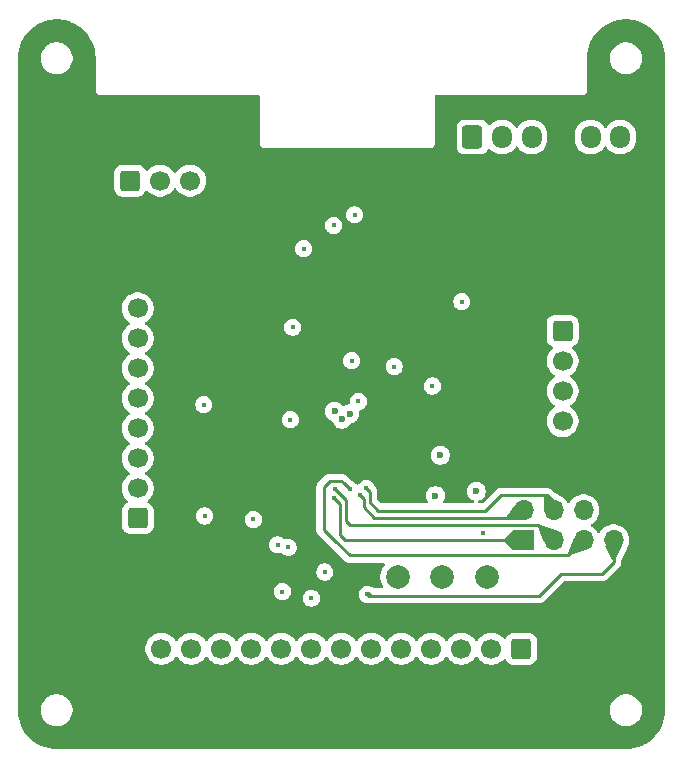
<source format=gbr>
%TF.GenerationSoftware,KiCad,Pcbnew,9.0.0*%
%TF.CreationDate,2025-03-07T07:18:05+07:00*%
%TF.ProjectId,MCU,4d43552e-6b69-4636-9164-5f7063625858,rev?*%
%TF.SameCoordinates,Original*%
%TF.FileFunction,Copper,L3,Inr*%
%TF.FilePolarity,Positive*%
%FSLAX46Y46*%
G04 Gerber Fmt 4.6, Leading zero omitted, Abs format (unit mm)*
G04 Created by KiCad (PCBNEW 9.0.0) date 2025-03-07 07:18:05*
%MOMM*%
%LPD*%
G01*
G04 APERTURE LIST*
G04 Aperture macros list*
%AMRoundRect*
0 Rectangle with rounded corners*
0 $1 Rounding radius*
0 $2 $3 $4 $5 $6 $7 $8 $9 X,Y pos of 4 corners*
0 Add a 4 corners polygon primitive as box body*
4,1,4,$2,$3,$4,$5,$6,$7,$8,$9,$2,$3,0*
0 Add four circle primitives for the rounded corners*
1,1,$1+$1,$2,$3*
1,1,$1+$1,$4,$5*
1,1,$1+$1,$6,$7*
1,1,$1+$1,$8,$9*
0 Add four rect primitives between the rounded corners*
20,1,$1+$1,$2,$3,$4,$5,0*
20,1,$1+$1,$4,$5,$6,$7,0*
20,1,$1+$1,$6,$7,$8,$9,0*
20,1,$1+$1,$8,$9,$2,$3,0*%
G04 Aperture macros list end*
%TA.AperFunction,ComponentPad*%
%ADD10RoundRect,0.250000X-0.600000X-0.600000X0.600000X-0.600000X0.600000X0.600000X-0.600000X0.600000X0*%
%TD*%
%TA.AperFunction,ComponentPad*%
%ADD11C,1.700000*%
%TD*%
%TA.AperFunction,ComponentPad*%
%ADD12RoundRect,0.250000X0.600000X0.600000X-0.600000X0.600000X-0.600000X-0.600000X0.600000X-0.600000X0*%
%TD*%
%TA.AperFunction,ComponentPad*%
%ADD13R,1.700000X1.700000*%
%TD*%
%TA.AperFunction,ComponentPad*%
%ADD14O,1.700000X1.700000*%
%TD*%
%TA.AperFunction,ComponentPad*%
%ADD15RoundRect,0.250000X-0.600000X-0.725000X0.600000X-0.725000X0.600000X0.725000X-0.600000X0.725000X0*%
%TD*%
%TA.AperFunction,ComponentPad*%
%ADD16O,1.700000X1.950000*%
%TD*%
%TA.AperFunction,ComponentPad*%
%ADD17RoundRect,0.250000X-0.600000X0.600000X-0.600000X-0.600000X0.600000X-0.600000X0.600000X0.600000X0*%
%TD*%
%TA.AperFunction,ComponentPad*%
%ADD18RoundRect,0.250000X0.600000X-0.600000X0.600000X0.600000X-0.600000X0.600000X-0.600000X-0.600000X0*%
%TD*%
%TA.AperFunction,ComponentPad*%
%ADD19C,2.000000*%
%TD*%
%TA.AperFunction,ViaPad*%
%ADD20C,0.450000*%
%TD*%
%TA.AperFunction,ViaPad*%
%ADD21C,0.600000*%
%TD*%
%TA.AperFunction,Conductor*%
%ADD22C,0.250000*%
%TD*%
G04 APERTURE END LIST*
D10*
%TO.N,VDD*%
%TO.C,J4*%
X146330000Y-85500000D03*
D11*
%TO.N,GND*%
X148870000Y-85500000D03*
%TO.N,Net-(J4-Pin_3)*%
X146330000Y-88040000D03*
%TO.N,GND*%
X148870000Y-88040000D03*
%TO.N,Net-(J4-Pin_5)*%
X146330000Y-90580000D03*
%TO.N,GND*%
X148870000Y-90580000D03*
%TO.N,Net-(J4-Pin_7)*%
X146330000Y-93120000D03*
%TO.N,GND*%
X148870000Y-93120000D03*
%TD*%
D12*
%TO.N,VDD*%
%TO.C,J7*%
X110360000Y-101350000D03*
D11*
%TO.N,GND*%
X107820000Y-101350000D03*
%TO.N,/Connector and Sensor/IMU_CS*%
X110360000Y-98810000D03*
%TO.N,GND*%
X107820000Y-98810000D03*
%TO.N,/Connector and Sensor/IMU_INT2*%
X110360000Y-96270000D03*
%TO.N,GND*%
X107820000Y-96270000D03*
%TO.N,/Connector and Sensor/IMU_INT1*%
X110360000Y-93730000D03*
%TO.N,GND*%
X107820000Y-93730000D03*
%TO.N,/Connector and Sensor/IMU_SCLK*%
X110360000Y-91190000D03*
%TO.N,GND*%
X107820000Y-91190000D03*
%TO.N,/Connector and Sensor/IMU_MISO*%
X110360000Y-88650000D03*
%TO.N,GND*%
X107820000Y-88650000D03*
%TO.N,/Connector and Sensor/IMU_MOSI*%
X110360000Y-86110000D03*
%TO.N,GND*%
X107820000Y-86110000D03*
%TO.N,unconnected-(J7-Pin_15-Pad15)*%
X110360000Y-83570000D03*
%TO.N,GND*%
X107820000Y-83570000D03*
%TD*%
D13*
%TO.N,/Connector and Sensor/TIM1_CH3*%
%TO.C,J1*%
X143025000Y-103215000D03*
D14*
%TO.N,/Connector and Sensor/TIM1_CH2*%
X143025000Y-100675000D03*
%TO.N,/Connector and Sensor/TIM1_CH3N*%
X145565000Y-103215000D03*
%TO.N,/Connector and Sensor/TIM1_CH2N*%
X145565000Y-100675000D03*
%TO.N,/Connector and Sensor/TIM1_CH1*%
X148105000Y-103215000D03*
%TO.N,unconnected-(J1-Pin_6-Pad6)*%
X148105000Y-100675000D03*
%TO.N,/Connector and Sensor/NFAULT*%
X150645000Y-103215000D03*
%TO.N,GND*%
X150645000Y-100675000D03*
%TD*%
D15*
%TO.N,SWO*%
%TO.C,J2*%
X138700000Y-69070000D03*
D16*
%TO.N,NRST*%
X141200000Y-69070000D03*
%TO.N,SWDIO*%
X143700000Y-69070000D03*
%TO.N,GND*%
X146200000Y-69070000D03*
%TO.N,SWCLK*%
X148700000Y-69070000D03*
%TO.N,VDD*%
X151200000Y-69070000D03*
%TD*%
D17*
%TO.N,VDD*%
%TO.C,J5*%
X142840000Y-112400000D03*
D11*
%TO.N,GND*%
X142840000Y-114940000D03*
%TO.N,+5V*%
X140300000Y-112400000D03*
%TO.N,GND*%
X140300000Y-114940000D03*
%TO.N,/Connector and Sensor/Vcurrfdbk_A*%
X137760000Y-112400000D03*
%TO.N,GND*%
X137760000Y-114940000D03*
%TO.N,/Connector and Sensor/Vcurrfdbk_B*%
X135220000Y-112400000D03*
%TO.N,GND*%
X135220000Y-114940000D03*
%TO.N,/Connector and Sensor/Vcurrfdbk_C*%
X132680000Y-112400000D03*
%TO.N,GND*%
X132680000Y-114940000D03*
%TO.N,/Connector and Sensor/NSLEEP*%
X130140000Y-112400000D03*
%TO.N,GND*%
X130140000Y-114940000D03*
%TO.N,/Connector and Sensor/NFAULT*%
X127600000Y-112400000D03*
%TO.N,GND*%
X127600000Y-114940000D03*
%TO.N,/Connector and Sensor/TIM1_CH3N*%
X125060000Y-112400000D03*
%TO.N,GND*%
X125060000Y-114940000D03*
%TO.N,/Connector and Sensor/TIM1_CH3*%
X122520000Y-112400000D03*
%TO.N,GND*%
X122520000Y-114940000D03*
%TO.N,/Connector and Sensor/TIM1_CH2N*%
X119980000Y-112400000D03*
%TO.N,GND*%
X119980000Y-114940000D03*
%TO.N,/Connector and Sensor/TIM1_CH2*%
X117440000Y-112400000D03*
%TO.N,GND*%
X117440000Y-114940000D03*
%TO.N,/Connector and Sensor/TIM1_CH1N*%
X114900000Y-112400000D03*
%TO.N,GND*%
X114900000Y-114940000D03*
%TO.N,/Connector and Sensor/TIM1_CH1*%
X112360000Y-112400000D03*
%TO.N,GND*%
X112360000Y-114940000D03*
%TD*%
D18*
%TO.N,+5V*%
%TO.C,J3*%
X109710000Y-72760000D03*
D11*
%TO.N,GND*%
X109710000Y-70220000D03*
%TO.N,Net-(J3-Pin_3)*%
X112250000Y-72760000D03*
%TO.N,GND*%
X112250000Y-70220000D03*
%TO.N,Net-(J3-Pin_5)*%
X114790000Y-72760000D03*
%TO.N,GND*%
X114790000Y-70220000D03*
%TD*%
D19*
%TO.N,/Connector and Sensor/Vcurrfdbk_A*%
%TO.C,TP1*%
X139900000Y-106350000D03*
%TD*%
%TO.N,/Connector and Sensor/Vcurrfdbk_B*%
%TO.C,TP2*%
X136150000Y-106350000D03*
%TD*%
%TO.N,/Connector and Sensor/Vcurrfdbk_C*%
%TO.C,TP3*%
X132400000Y-106300000D03*
%TD*%
D20*
%TO.N,GND*%
X136350000Y-92475000D03*
X142150000Y-77400000D03*
X140800000Y-97600000D03*
X119575000Y-102725000D03*
X129150000Y-86075000D03*
X117850000Y-83575000D03*
X120400000Y-96300000D03*
X149450000Y-77325000D03*
X123525000Y-98975000D03*
X125025000Y-85250000D03*
X140900000Y-89500000D03*
X138600000Y-94800000D03*
X118625000Y-90550000D03*
X116000000Y-94825000D03*
%TO.N,VDD*%
X115950000Y-91725000D03*
X120150000Y-101450000D03*
X135300000Y-90150000D03*
X124400000Y-78525000D03*
X139600000Y-102600000D03*
X116025000Y-101150000D03*
X132070000Y-88500000D03*
X123475000Y-85175000D03*
%TO.N,USER*%
X128475000Y-88000000D03*
X129050000Y-91450000D03*
%TO.N,NRST*%
X128725000Y-75650000D03*
X126950000Y-76550000D03*
%TO.N,/Connector and Sensor/TIM1_CH3*%
X127000000Y-99600000D03*
X122600000Y-107550000D03*
%TO.N,/Connector and Sensor/NFAULT*%
X129800000Y-107800000D03*
D21*
%TO.N,SWCLK*%
X139021942Y-99061942D03*
%TO.N,/Connector and Sensor/Vcurrfdbk_B*%
X127645000Y-92960000D03*
D20*
%TO.N,LED*%
X123275000Y-93000000D03*
X137800000Y-83000000D03*
D21*
%TO.N,/Connector and Sensor/Vcurrfdbk_C*%
X127020000Y-92300000D03*
D20*
%TO.N,/Connector and Sensor/IMU_INT1*%
X123100000Y-103800000D03*
D21*
%TO.N,SWDIO*%
X135570000Y-99430000D03*
D20*
%TO.N,/Connector and Sensor/NSLEEP*%
X126200000Y-105900000D03*
%TO.N,/Connector and Sensor/TIM1_CH2*%
X129200000Y-99400000D03*
%TO.N,/Connector and Sensor/TIM1_CH3N*%
X125060000Y-108110000D03*
X127100000Y-98900000D03*
%TO.N,/Connector and Sensor/TIM1_CH2N*%
X129700000Y-98800000D03*
%TO.N,/Connector and Sensor/IMU_INT2*%
X122200000Y-103600000D03*
%TO.N,/Connector and Sensor/TIM1_CH1*%
X128300000Y-98900000D03*
D21*
%TO.N,/Connector and Sensor/Vcurrfdbk_A*%
X128320000Y-92490000D03*
%TO.N,SWO*%
X135970000Y-96010000D03*
%TD*%
D22*
%TO.N,/Connector and Sensor/TIM1_CH3*%
X127500000Y-102800000D02*
X127500000Y-100100000D01*
X127915000Y-103215000D02*
X127500000Y-102800000D01*
X143025000Y-103215000D02*
X127915000Y-103215000D01*
X127500000Y-100100000D02*
X127000000Y-99600000D01*
%TO.N,/Connector and Sensor/NFAULT*%
X129800000Y-107800000D02*
X129900000Y-107900000D01*
X129900000Y-107900000D02*
X144325000Y-107900000D01*
X150650000Y-104850000D02*
X150645000Y-104845000D01*
X149700000Y-106025000D02*
X150650000Y-105075000D01*
X144325000Y-107900000D02*
X146200000Y-106025000D01*
X150650000Y-105075000D02*
X150650000Y-104850000D01*
X150645000Y-104845000D02*
X150645000Y-103215000D01*
X146200000Y-106025000D02*
X149700000Y-106025000D01*
%TO.N,/Connector and Sensor/TIM1_CH2*%
X129500000Y-100400000D02*
X130400000Y-101300000D01*
X142400000Y-101300000D02*
X143025000Y-100675000D01*
X129500000Y-99700000D02*
X129500000Y-100400000D01*
X130400000Y-101300000D02*
X142400000Y-101300000D01*
X129200000Y-99400000D02*
X129500000Y-99700000D01*
%TO.N,/Connector and Sensor/TIM1_CH3N*%
X128000000Y-99800000D02*
X127100000Y-98900000D01*
X128300000Y-101900000D02*
X128000000Y-101600000D01*
X144250000Y-101900000D02*
X128300000Y-101900000D01*
X145565000Y-103215000D02*
X144250000Y-101900000D01*
X128000000Y-101600000D02*
X128000000Y-99800000D01*
%TO.N,/Connector and Sensor/TIM1_CH2N*%
X139800000Y-100700000D02*
X141100000Y-99400000D01*
X145000000Y-99400000D02*
X145565000Y-99965000D01*
X145565000Y-99965000D02*
X145565000Y-100675000D01*
X130700000Y-100700000D02*
X139800000Y-100700000D01*
X129700000Y-98800000D02*
X130000000Y-99100000D01*
X130000000Y-100000000D02*
X130700000Y-100700000D01*
X130000000Y-99100000D02*
X130000000Y-100000000D01*
X141100000Y-99400000D02*
X145000000Y-99400000D01*
%TO.N,/Connector and Sensor/TIM1_CH1*%
X146500000Y-104500000D02*
X128300000Y-104500000D01*
X148105000Y-103215000D02*
X146820000Y-104500000D01*
X127600000Y-98200000D02*
X127800000Y-98400000D01*
X126600000Y-98200000D02*
X127600000Y-98200000D01*
X127800000Y-98400000D02*
X128300000Y-98900000D01*
X126100000Y-98700000D02*
X126600000Y-98200000D01*
X126100000Y-102300000D02*
X126100000Y-99500000D01*
X128300000Y-104500000D02*
X127000000Y-103200000D01*
X127000000Y-103200000D02*
X126100000Y-102300000D01*
X146820000Y-104500000D02*
X146500000Y-104500000D01*
X126100000Y-99500000D02*
X126100000Y-98700000D01*
%TD*%
%TA.AperFunction,Conductor*%
%TO.N,GND*%
G36*
X103838405Y-59118235D02*
G01*
X103851313Y-59119592D01*
X104179587Y-59171585D01*
X104192270Y-59174280D01*
X104513332Y-59260309D01*
X104525665Y-59264316D01*
X104835971Y-59383432D01*
X104847807Y-59388701D01*
X105143977Y-59539607D01*
X105155191Y-59546083D01*
X105433943Y-59727106D01*
X105444444Y-59734735D01*
X105702749Y-59943907D01*
X105712394Y-59952592D01*
X105947407Y-60187605D01*
X105956092Y-60197250D01*
X106165264Y-60455555D01*
X106172893Y-60466056D01*
X106353913Y-60744802D01*
X106360399Y-60756035D01*
X106511293Y-61052182D01*
X106516572Y-61064039D01*
X106635681Y-61374329D01*
X106639692Y-61386673D01*
X106725717Y-61707723D01*
X106728415Y-61720419D01*
X106780407Y-62048686D01*
X106781764Y-62061594D01*
X106799330Y-62396756D01*
X106799500Y-62403246D01*
X106799500Y-65073071D01*
X106799500Y-65100000D01*
X106799500Y-65152727D01*
X106826793Y-65254587D01*
X106879520Y-65345913D01*
X106954087Y-65420480D01*
X107045413Y-65473207D01*
X107147273Y-65500500D01*
X107180009Y-65500500D01*
X120473071Y-65500500D01*
X120490244Y-65500500D01*
X120509630Y-65502025D01*
X120542253Y-65507192D01*
X120579146Y-65519179D01*
X120599765Y-65529685D01*
X120631151Y-65552489D01*
X120647510Y-65568848D01*
X120670314Y-65600234D01*
X120680820Y-65620853D01*
X120692808Y-65657748D01*
X120697973Y-65690359D01*
X120699500Y-65709755D01*
X120699500Y-69573071D01*
X120699500Y-69600000D01*
X120699500Y-69652727D01*
X120726793Y-69754587D01*
X120779520Y-69845913D01*
X120854087Y-69920480D01*
X120945413Y-69973207D01*
X121047273Y-70000500D01*
X121047275Y-70000500D01*
X135152725Y-70000500D01*
X135152727Y-70000500D01*
X135254587Y-69973207D01*
X135345913Y-69920480D01*
X135420480Y-69845913D01*
X135473207Y-69754587D01*
X135500500Y-69652727D01*
X135500500Y-69600000D01*
X135500500Y-69573071D01*
X135500500Y-68294983D01*
X137349500Y-68294983D01*
X137349500Y-69845001D01*
X137349501Y-69845018D01*
X137360000Y-69947796D01*
X137360001Y-69947799D01*
X137405894Y-70086294D01*
X137415186Y-70114334D01*
X137507288Y-70263656D01*
X137631344Y-70387712D01*
X137780666Y-70479814D01*
X137947203Y-70534999D01*
X138049991Y-70545500D01*
X139350008Y-70545499D01*
X139452797Y-70534999D01*
X139619334Y-70479814D01*
X139768656Y-70387712D01*
X139892712Y-70263656D01*
X139984814Y-70114334D01*
X139984814Y-70114331D01*
X139988178Y-70108879D01*
X140040126Y-70062154D01*
X140109088Y-70050931D01*
X140173170Y-70078774D01*
X140181398Y-70086294D01*
X140320213Y-70225109D01*
X140492179Y-70350048D01*
X140492181Y-70350049D01*
X140492184Y-70350051D01*
X140681588Y-70446557D01*
X140883757Y-70512246D01*
X141093713Y-70545500D01*
X141093714Y-70545500D01*
X141306286Y-70545500D01*
X141306287Y-70545500D01*
X141516243Y-70512246D01*
X141718412Y-70446557D01*
X141907816Y-70350051D01*
X141929789Y-70334086D01*
X142079786Y-70225109D01*
X142079788Y-70225106D01*
X142079792Y-70225104D01*
X142230104Y-70074792D01*
X142349683Y-69910204D01*
X142405011Y-69867540D01*
X142474624Y-69861561D01*
X142536420Y-69894166D01*
X142550313Y-69910199D01*
X142615920Y-70000500D01*
X142669896Y-70074792D01*
X142820213Y-70225109D01*
X142992179Y-70350048D01*
X142992181Y-70350049D01*
X142992184Y-70350051D01*
X143181588Y-70446557D01*
X143383757Y-70512246D01*
X143593713Y-70545500D01*
X143593714Y-70545500D01*
X143806286Y-70545500D01*
X143806287Y-70545500D01*
X144016243Y-70512246D01*
X144218412Y-70446557D01*
X144407816Y-70350051D01*
X144429789Y-70334086D01*
X144579786Y-70225109D01*
X144579788Y-70225106D01*
X144579792Y-70225104D01*
X144730104Y-70074792D01*
X144730106Y-70074788D01*
X144730109Y-70074786D01*
X144855048Y-69902820D01*
X144855047Y-69902820D01*
X144855051Y-69902816D01*
X144951557Y-69713412D01*
X145017246Y-69511243D01*
X145050500Y-69301287D01*
X145050500Y-68838713D01*
X147349500Y-68838713D01*
X147349500Y-69301287D01*
X147382754Y-69511243D01*
X147402843Y-69573071D01*
X147448444Y-69713414D01*
X147544951Y-69902820D01*
X147669890Y-70074786D01*
X147820213Y-70225109D01*
X147992179Y-70350048D01*
X147992181Y-70350049D01*
X147992184Y-70350051D01*
X148181588Y-70446557D01*
X148383757Y-70512246D01*
X148593713Y-70545500D01*
X148593714Y-70545500D01*
X148806286Y-70545500D01*
X148806287Y-70545500D01*
X149016243Y-70512246D01*
X149218412Y-70446557D01*
X149407816Y-70350051D01*
X149429789Y-70334086D01*
X149579786Y-70225109D01*
X149579788Y-70225106D01*
X149579792Y-70225104D01*
X149730104Y-70074792D01*
X149849683Y-69910204D01*
X149905011Y-69867540D01*
X149974624Y-69861561D01*
X150036420Y-69894166D01*
X150050313Y-69910199D01*
X150115920Y-70000500D01*
X150169896Y-70074792D01*
X150320213Y-70225109D01*
X150492179Y-70350048D01*
X150492181Y-70350049D01*
X150492184Y-70350051D01*
X150681588Y-70446557D01*
X150883757Y-70512246D01*
X151093713Y-70545500D01*
X151093714Y-70545500D01*
X151306286Y-70545500D01*
X151306287Y-70545500D01*
X151516243Y-70512246D01*
X151718412Y-70446557D01*
X151907816Y-70350051D01*
X151929789Y-70334086D01*
X152079786Y-70225109D01*
X152079788Y-70225106D01*
X152079792Y-70225104D01*
X152230104Y-70074792D01*
X152230106Y-70074788D01*
X152230109Y-70074786D01*
X152355048Y-69902820D01*
X152355047Y-69902820D01*
X152355051Y-69902816D01*
X152451557Y-69713412D01*
X152517246Y-69511243D01*
X152550500Y-69301287D01*
X152550500Y-68838713D01*
X152517246Y-68628757D01*
X152451557Y-68426588D01*
X152355051Y-68237184D01*
X152355049Y-68237181D01*
X152355048Y-68237179D01*
X152230109Y-68065213D01*
X152079786Y-67914890D01*
X151907820Y-67789951D01*
X151718414Y-67693444D01*
X151718413Y-67693443D01*
X151718412Y-67693443D01*
X151516243Y-67627754D01*
X151516241Y-67627753D01*
X151516240Y-67627753D01*
X151354957Y-67602208D01*
X151306287Y-67594500D01*
X151093713Y-67594500D01*
X151045042Y-67602208D01*
X150883760Y-67627753D01*
X150681585Y-67693444D01*
X150492179Y-67789951D01*
X150320213Y-67914890D01*
X150169894Y-68065209D01*
X150169890Y-68065214D01*
X150050318Y-68229793D01*
X149994989Y-68272459D01*
X149925375Y-68278438D01*
X149863580Y-68245833D01*
X149849682Y-68229793D01*
X149730109Y-68065214D01*
X149730105Y-68065209D01*
X149579786Y-67914890D01*
X149407820Y-67789951D01*
X149218414Y-67693444D01*
X149218413Y-67693443D01*
X149218412Y-67693443D01*
X149016243Y-67627754D01*
X149016241Y-67627753D01*
X149016240Y-67627753D01*
X148854957Y-67602208D01*
X148806287Y-67594500D01*
X148593713Y-67594500D01*
X148545042Y-67602208D01*
X148383760Y-67627753D01*
X148181585Y-67693444D01*
X147992179Y-67789951D01*
X147820213Y-67914890D01*
X147669890Y-68065213D01*
X147544951Y-68237179D01*
X147448444Y-68426585D01*
X147382753Y-68628760D01*
X147349500Y-68838713D01*
X145050500Y-68838713D01*
X145017246Y-68628757D01*
X144951557Y-68426588D01*
X144855051Y-68237184D01*
X144855049Y-68237181D01*
X144855048Y-68237179D01*
X144730109Y-68065213D01*
X144579786Y-67914890D01*
X144407820Y-67789951D01*
X144218414Y-67693444D01*
X144218413Y-67693443D01*
X144218412Y-67693443D01*
X144016243Y-67627754D01*
X144016241Y-67627753D01*
X144016240Y-67627753D01*
X143854957Y-67602208D01*
X143806287Y-67594500D01*
X143593713Y-67594500D01*
X143545042Y-67602208D01*
X143383760Y-67627753D01*
X143181585Y-67693444D01*
X142992179Y-67789951D01*
X142820213Y-67914890D01*
X142669894Y-68065209D01*
X142669890Y-68065214D01*
X142550318Y-68229793D01*
X142494989Y-68272459D01*
X142425375Y-68278438D01*
X142363580Y-68245833D01*
X142349682Y-68229793D01*
X142230109Y-68065214D01*
X142230105Y-68065209D01*
X142079786Y-67914890D01*
X141907820Y-67789951D01*
X141718414Y-67693444D01*
X141718413Y-67693443D01*
X141718412Y-67693443D01*
X141516243Y-67627754D01*
X141516241Y-67627753D01*
X141516240Y-67627753D01*
X141354957Y-67602208D01*
X141306287Y-67594500D01*
X141093713Y-67594500D01*
X141045042Y-67602208D01*
X140883760Y-67627753D01*
X140681585Y-67693444D01*
X140492179Y-67789951D01*
X140320215Y-67914889D01*
X140181398Y-68053706D01*
X140120075Y-68087190D01*
X140050383Y-68082206D01*
X139994450Y-68040334D01*
X139988178Y-68031120D01*
X139892712Y-67876344D01*
X139768657Y-67752289D01*
X139768656Y-67752288D01*
X139619334Y-67660186D01*
X139452797Y-67605001D01*
X139452795Y-67605000D01*
X139350010Y-67594500D01*
X138049998Y-67594500D01*
X138049981Y-67594501D01*
X137947203Y-67605000D01*
X137947200Y-67605001D01*
X137780668Y-67660185D01*
X137780663Y-67660187D01*
X137631342Y-67752289D01*
X137507289Y-67876342D01*
X137415187Y-68025663D01*
X137415185Y-68025668D01*
X137410325Y-68040334D01*
X137360001Y-68192203D01*
X137360001Y-68192204D01*
X137360000Y-68192204D01*
X137349500Y-68294983D01*
X135500500Y-68294983D01*
X135500500Y-65709755D01*
X135502025Y-65690370D01*
X135507192Y-65657744D01*
X135519177Y-65620857D01*
X135529687Y-65600230D01*
X135552486Y-65568851D01*
X135568851Y-65552486D01*
X135600230Y-65529687D01*
X135620857Y-65519177D01*
X135657744Y-65507192D01*
X135690369Y-65502025D01*
X135709756Y-65500500D01*
X148052725Y-65500500D01*
X148052727Y-65500500D01*
X148154587Y-65473207D01*
X148245913Y-65420480D01*
X148320480Y-65345913D01*
X148373207Y-65254587D01*
X148400500Y-65152727D01*
X148400500Y-65100000D01*
X148400500Y-65073071D01*
X148400500Y-62403246D01*
X148400670Y-62396756D01*
X148406071Y-62293713D01*
X150345300Y-62293713D01*
X150345300Y-62506286D01*
X150378553Y-62716239D01*
X150444244Y-62918414D01*
X150540751Y-63107820D01*
X150665690Y-63279786D01*
X150816013Y-63430109D01*
X150987979Y-63555048D01*
X150987981Y-63555049D01*
X150987984Y-63555051D01*
X151177388Y-63651557D01*
X151379557Y-63717246D01*
X151589513Y-63750500D01*
X151589514Y-63750500D01*
X151802086Y-63750500D01*
X151802087Y-63750500D01*
X152012043Y-63717246D01*
X152214212Y-63651557D01*
X152403616Y-63555051D01*
X152425589Y-63539086D01*
X152575586Y-63430109D01*
X152575588Y-63430106D01*
X152575592Y-63430104D01*
X152725904Y-63279792D01*
X152725906Y-63279788D01*
X152725909Y-63279786D01*
X152850848Y-63107820D01*
X152850847Y-63107820D01*
X152850851Y-63107816D01*
X152947357Y-62918412D01*
X153013046Y-62716243D01*
X153046300Y-62506287D01*
X153046300Y-62293713D01*
X153013046Y-62083757D01*
X152947357Y-61881588D01*
X152850851Y-61692184D01*
X152850849Y-61692181D01*
X152850848Y-61692179D01*
X152725909Y-61520213D01*
X152575586Y-61369890D01*
X152403620Y-61244951D01*
X152214214Y-61148444D01*
X152214213Y-61148443D01*
X152214212Y-61148443D01*
X152012043Y-61082754D01*
X152012041Y-61082753D01*
X152012040Y-61082753D01*
X151819020Y-61052182D01*
X151802087Y-61049500D01*
X151589513Y-61049500D01*
X151572580Y-61052182D01*
X151379560Y-61082753D01*
X151177385Y-61148444D01*
X150987979Y-61244951D01*
X150816013Y-61369890D01*
X150665690Y-61520213D01*
X150540751Y-61692179D01*
X150444244Y-61881585D01*
X150378553Y-62083760D01*
X150345300Y-62293713D01*
X148406071Y-62293713D01*
X148406666Y-62282351D01*
X148406666Y-62282350D01*
X148418235Y-62061595D01*
X148419592Y-62048686D01*
X148471586Y-61720409D01*
X148474279Y-61707733D01*
X148560310Y-61386662D01*
X148564314Y-61374340D01*
X148683434Y-61064021D01*
X148688698Y-61052199D01*
X148839611Y-60756014D01*
X148846077Y-60744816D01*
X149027113Y-60466045D01*
X149034727Y-60455564D01*
X149243915Y-60197241D01*
X149252582Y-60187615D01*
X149487615Y-59952582D01*
X149497241Y-59943915D01*
X149755564Y-59734727D01*
X149766045Y-59727113D01*
X150044816Y-59546077D01*
X150056014Y-59539611D01*
X150352199Y-59388698D01*
X150364021Y-59383434D01*
X150674340Y-59264314D01*
X150686662Y-59260310D01*
X151007733Y-59174279D01*
X151020409Y-59171586D01*
X151348688Y-59119591D01*
X151361592Y-59118235D01*
X151693512Y-59100840D01*
X151706488Y-59100840D01*
X152038405Y-59118235D01*
X152051313Y-59119592D01*
X152379587Y-59171585D01*
X152392270Y-59174280D01*
X152713332Y-59260309D01*
X152725665Y-59264316D01*
X153035971Y-59383432D01*
X153047807Y-59388701D01*
X153343977Y-59539607D01*
X153355191Y-59546083D01*
X153633943Y-59727106D01*
X153644444Y-59734735D01*
X153902749Y-59943907D01*
X153912394Y-59952592D01*
X154147407Y-60187605D01*
X154156092Y-60197250D01*
X154365264Y-60455555D01*
X154372893Y-60466056D01*
X154553913Y-60744802D01*
X154560399Y-60756035D01*
X154711293Y-61052182D01*
X154716572Y-61064039D01*
X154835681Y-61374329D01*
X154839692Y-61386673D01*
X154925717Y-61707723D01*
X154928415Y-61720419D01*
X154980407Y-62048686D01*
X154981764Y-62061594D01*
X154999330Y-62396756D01*
X154999500Y-62403246D01*
X154999500Y-117596753D01*
X154999330Y-117603243D01*
X154981764Y-117938405D01*
X154980407Y-117951313D01*
X154928415Y-118279580D01*
X154925717Y-118292276D01*
X154839692Y-118613326D01*
X154835681Y-118625670D01*
X154716572Y-118935960D01*
X154711293Y-118947817D01*
X154560399Y-119243964D01*
X154553909Y-119255204D01*
X154372893Y-119533943D01*
X154365264Y-119544444D01*
X154156092Y-119802749D01*
X154147407Y-119812394D01*
X153912394Y-120047407D01*
X153902749Y-120056092D01*
X153644444Y-120265264D01*
X153633943Y-120272893D01*
X153355204Y-120453909D01*
X153343964Y-120460399D01*
X153047817Y-120611293D01*
X153035960Y-120616572D01*
X152725670Y-120735681D01*
X152713326Y-120739692D01*
X152392276Y-120825717D01*
X152379580Y-120828415D01*
X152051313Y-120880407D01*
X152038405Y-120881764D01*
X151703244Y-120899330D01*
X151696754Y-120899500D01*
X103503246Y-120899500D01*
X103496756Y-120899330D01*
X103161594Y-120881764D01*
X103148686Y-120880407D01*
X102820419Y-120828415D01*
X102807723Y-120825717D01*
X102486673Y-120739692D01*
X102474329Y-120735681D01*
X102164039Y-120616572D01*
X102152182Y-120611293D01*
X102141990Y-120606100D01*
X101856029Y-120460395D01*
X101844802Y-120453913D01*
X101566056Y-120272893D01*
X101555555Y-120265264D01*
X101297250Y-120056092D01*
X101287605Y-120047407D01*
X101052592Y-119812394D01*
X101043907Y-119802749D01*
X100834735Y-119544444D01*
X100827106Y-119533943D01*
X100741283Y-119401787D01*
X100646083Y-119255191D01*
X100639607Y-119243977D01*
X100488701Y-118947807D01*
X100483432Y-118935971D01*
X100364316Y-118625665D01*
X100360307Y-118613326D01*
X100274282Y-118292276D01*
X100271584Y-118279580D01*
X100245398Y-118114250D01*
X100219592Y-117951313D01*
X100218235Y-117938405D01*
X100200670Y-117603243D01*
X100200500Y-117596753D01*
X100200500Y-117493713D01*
X102149500Y-117493713D01*
X102149500Y-117706286D01*
X102182753Y-117916239D01*
X102248444Y-118118414D01*
X102344951Y-118307820D01*
X102469890Y-118479786D01*
X102620213Y-118630109D01*
X102792179Y-118755048D01*
X102792181Y-118755049D01*
X102792184Y-118755051D01*
X102981588Y-118851557D01*
X103183757Y-118917246D01*
X103393713Y-118950500D01*
X103393714Y-118950500D01*
X103606286Y-118950500D01*
X103606287Y-118950500D01*
X103816243Y-118917246D01*
X104018412Y-118851557D01*
X104207816Y-118755051D01*
X104229789Y-118739086D01*
X104379786Y-118630109D01*
X104379788Y-118630106D01*
X104379792Y-118630104D01*
X104530104Y-118479792D01*
X104530106Y-118479788D01*
X104530109Y-118479786D01*
X104655048Y-118307820D01*
X104655047Y-118307820D01*
X104655051Y-118307816D01*
X104751557Y-118118412D01*
X104817246Y-117916243D01*
X104850500Y-117706287D01*
X104850500Y-117493713D01*
X150349500Y-117493713D01*
X150349500Y-117706286D01*
X150382753Y-117916239D01*
X150448444Y-118118414D01*
X150544951Y-118307820D01*
X150669890Y-118479786D01*
X150820213Y-118630109D01*
X150992179Y-118755048D01*
X150992181Y-118755049D01*
X150992184Y-118755051D01*
X151181588Y-118851557D01*
X151383757Y-118917246D01*
X151593713Y-118950500D01*
X151593714Y-118950500D01*
X151806286Y-118950500D01*
X151806287Y-118950500D01*
X152016243Y-118917246D01*
X152218412Y-118851557D01*
X152407816Y-118755051D01*
X152429789Y-118739086D01*
X152579786Y-118630109D01*
X152579788Y-118630106D01*
X152579792Y-118630104D01*
X152730104Y-118479792D01*
X152730106Y-118479788D01*
X152730109Y-118479786D01*
X152855048Y-118307820D01*
X152855047Y-118307820D01*
X152855051Y-118307816D01*
X152951557Y-118118412D01*
X153017246Y-117916243D01*
X153050500Y-117706287D01*
X153050500Y-117493713D01*
X153017246Y-117283757D01*
X152951557Y-117081588D01*
X152855051Y-116892184D01*
X152855049Y-116892181D01*
X152855048Y-116892179D01*
X152730109Y-116720213D01*
X152579786Y-116569890D01*
X152407820Y-116444951D01*
X152218414Y-116348444D01*
X152218413Y-116348443D01*
X152218412Y-116348443D01*
X152016243Y-116282754D01*
X152016241Y-116282753D01*
X152016240Y-116282753D01*
X151854957Y-116257208D01*
X151806287Y-116249500D01*
X151593713Y-116249500D01*
X151545042Y-116257208D01*
X151383760Y-116282753D01*
X151181585Y-116348444D01*
X150992179Y-116444951D01*
X150820213Y-116569890D01*
X150669890Y-116720213D01*
X150544951Y-116892179D01*
X150448444Y-117081585D01*
X150382753Y-117283760D01*
X150349500Y-117493713D01*
X104850500Y-117493713D01*
X104817246Y-117283757D01*
X104751557Y-117081588D01*
X104655051Y-116892184D01*
X104655049Y-116892181D01*
X104655048Y-116892179D01*
X104530109Y-116720213D01*
X104379786Y-116569890D01*
X104207820Y-116444951D01*
X104018414Y-116348444D01*
X104018413Y-116348443D01*
X104018412Y-116348443D01*
X103816243Y-116282754D01*
X103816241Y-116282753D01*
X103816240Y-116282753D01*
X103654957Y-116257208D01*
X103606287Y-116249500D01*
X103393713Y-116249500D01*
X103345042Y-116257208D01*
X103183760Y-116282753D01*
X102981585Y-116348444D01*
X102792179Y-116444951D01*
X102620213Y-116569890D01*
X102469890Y-116720213D01*
X102344951Y-116892179D01*
X102248444Y-117081585D01*
X102182753Y-117283760D01*
X102149500Y-117493713D01*
X100200500Y-117493713D01*
X100200500Y-112293713D01*
X111009500Y-112293713D01*
X111009500Y-112506286D01*
X111042753Y-112716239D01*
X111108444Y-112918414D01*
X111204951Y-113107820D01*
X111329890Y-113279786D01*
X111480213Y-113430109D01*
X111652179Y-113555048D01*
X111652181Y-113555049D01*
X111652184Y-113555051D01*
X111841588Y-113651557D01*
X112043757Y-113717246D01*
X112253713Y-113750500D01*
X112253714Y-113750500D01*
X112466286Y-113750500D01*
X112466287Y-113750500D01*
X112676243Y-113717246D01*
X112878412Y-113651557D01*
X113067816Y-113555051D01*
X113089789Y-113539086D01*
X113239786Y-113430109D01*
X113239788Y-113430106D01*
X113239792Y-113430104D01*
X113390104Y-113279792D01*
X113390106Y-113279788D01*
X113390109Y-113279786D01*
X113515048Y-113107820D01*
X113515047Y-113107820D01*
X113515051Y-113107816D01*
X113519514Y-113099054D01*
X113567488Y-113048259D01*
X113635308Y-113031463D01*
X113701444Y-113053999D01*
X113740486Y-113099056D01*
X113744951Y-113107820D01*
X113869890Y-113279786D01*
X114020213Y-113430109D01*
X114192179Y-113555048D01*
X114192181Y-113555049D01*
X114192184Y-113555051D01*
X114381588Y-113651557D01*
X114583757Y-113717246D01*
X114793713Y-113750500D01*
X114793714Y-113750500D01*
X115006286Y-113750500D01*
X115006287Y-113750500D01*
X115216243Y-113717246D01*
X115418412Y-113651557D01*
X115607816Y-113555051D01*
X115629789Y-113539086D01*
X115779786Y-113430109D01*
X115779788Y-113430106D01*
X115779792Y-113430104D01*
X115930104Y-113279792D01*
X115930106Y-113279788D01*
X115930109Y-113279786D01*
X116055048Y-113107820D01*
X116055047Y-113107820D01*
X116055051Y-113107816D01*
X116059514Y-113099054D01*
X116107488Y-113048259D01*
X116175308Y-113031463D01*
X116241444Y-113053999D01*
X116280486Y-113099056D01*
X116284951Y-113107820D01*
X116409890Y-113279786D01*
X116560213Y-113430109D01*
X116732179Y-113555048D01*
X116732181Y-113555049D01*
X116732184Y-113555051D01*
X116921588Y-113651557D01*
X117123757Y-113717246D01*
X117333713Y-113750500D01*
X117333714Y-113750500D01*
X117546286Y-113750500D01*
X117546287Y-113750500D01*
X117756243Y-113717246D01*
X117958412Y-113651557D01*
X118147816Y-113555051D01*
X118169789Y-113539086D01*
X118319786Y-113430109D01*
X118319788Y-113430106D01*
X118319792Y-113430104D01*
X118470104Y-113279792D01*
X118470106Y-113279788D01*
X118470109Y-113279786D01*
X118595048Y-113107820D01*
X118595047Y-113107820D01*
X118595051Y-113107816D01*
X118599514Y-113099054D01*
X118647488Y-113048259D01*
X118715308Y-113031463D01*
X118781444Y-113053999D01*
X118820486Y-113099056D01*
X118824951Y-113107820D01*
X118949890Y-113279786D01*
X119100213Y-113430109D01*
X119272179Y-113555048D01*
X119272181Y-113555049D01*
X119272184Y-113555051D01*
X119461588Y-113651557D01*
X119663757Y-113717246D01*
X119873713Y-113750500D01*
X119873714Y-113750500D01*
X120086286Y-113750500D01*
X120086287Y-113750500D01*
X120296243Y-113717246D01*
X120498412Y-113651557D01*
X120687816Y-113555051D01*
X120709789Y-113539086D01*
X120859786Y-113430109D01*
X120859788Y-113430106D01*
X120859792Y-113430104D01*
X121010104Y-113279792D01*
X121010106Y-113279788D01*
X121010109Y-113279786D01*
X121135048Y-113107820D01*
X121135047Y-113107820D01*
X121135051Y-113107816D01*
X121139514Y-113099054D01*
X121187488Y-113048259D01*
X121255308Y-113031463D01*
X121321444Y-113053999D01*
X121360486Y-113099056D01*
X121364951Y-113107820D01*
X121489890Y-113279786D01*
X121640213Y-113430109D01*
X121812179Y-113555048D01*
X121812181Y-113555049D01*
X121812184Y-113555051D01*
X122001588Y-113651557D01*
X122203757Y-113717246D01*
X122413713Y-113750500D01*
X122413714Y-113750500D01*
X122626286Y-113750500D01*
X122626287Y-113750500D01*
X122836243Y-113717246D01*
X123038412Y-113651557D01*
X123227816Y-113555051D01*
X123249789Y-113539086D01*
X123399786Y-113430109D01*
X123399788Y-113430106D01*
X123399792Y-113430104D01*
X123550104Y-113279792D01*
X123550106Y-113279788D01*
X123550109Y-113279786D01*
X123675048Y-113107820D01*
X123675047Y-113107820D01*
X123675051Y-113107816D01*
X123679514Y-113099054D01*
X123727488Y-113048259D01*
X123795308Y-113031463D01*
X123861444Y-113053999D01*
X123900486Y-113099056D01*
X123904951Y-113107820D01*
X124029890Y-113279786D01*
X124180213Y-113430109D01*
X124352179Y-113555048D01*
X124352181Y-113555049D01*
X124352184Y-113555051D01*
X124541588Y-113651557D01*
X124743757Y-113717246D01*
X124953713Y-113750500D01*
X124953714Y-113750500D01*
X125166286Y-113750500D01*
X125166287Y-113750500D01*
X125376243Y-113717246D01*
X125578412Y-113651557D01*
X125767816Y-113555051D01*
X125789789Y-113539086D01*
X125939786Y-113430109D01*
X125939788Y-113430106D01*
X125939792Y-113430104D01*
X126090104Y-113279792D01*
X126090106Y-113279788D01*
X126090109Y-113279786D01*
X126215048Y-113107820D01*
X126215047Y-113107820D01*
X126215051Y-113107816D01*
X126219514Y-113099054D01*
X126267488Y-113048259D01*
X126335308Y-113031463D01*
X126401444Y-113053999D01*
X126440486Y-113099056D01*
X126444951Y-113107820D01*
X126569890Y-113279786D01*
X126720213Y-113430109D01*
X126892179Y-113555048D01*
X126892181Y-113555049D01*
X126892184Y-113555051D01*
X127081588Y-113651557D01*
X127283757Y-113717246D01*
X127493713Y-113750500D01*
X127493714Y-113750500D01*
X127706286Y-113750500D01*
X127706287Y-113750500D01*
X127916243Y-113717246D01*
X128118412Y-113651557D01*
X128307816Y-113555051D01*
X128329789Y-113539086D01*
X128479786Y-113430109D01*
X128479788Y-113430106D01*
X128479792Y-113430104D01*
X128630104Y-113279792D01*
X128630106Y-113279788D01*
X128630109Y-113279786D01*
X128755048Y-113107820D01*
X128755047Y-113107820D01*
X128755051Y-113107816D01*
X128759514Y-113099054D01*
X128807488Y-113048259D01*
X128875308Y-113031463D01*
X128941444Y-113053999D01*
X128980486Y-113099056D01*
X128984951Y-113107820D01*
X129109890Y-113279786D01*
X129260213Y-113430109D01*
X129432179Y-113555048D01*
X129432181Y-113555049D01*
X129432184Y-113555051D01*
X129621588Y-113651557D01*
X129823757Y-113717246D01*
X130033713Y-113750500D01*
X130033714Y-113750500D01*
X130246286Y-113750500D01*
X130246287Y-113750500D01*
X130456243Y-113717246D01*
X130658412Y-113651557D01*
X130847816Y-113555051D01*
X130869789Y-113539086D01*
X131019786Y-113430109D01*
X131019788Y-113430106D01*
X131019792Y-113430104D01*
X131170104Y-113279792D01*
X131170106Y-113279788D01*
X131170109Y-113279786D01*
X131295048Y-113107820D01*
X131295047Y-113107820D01*
X131295051Y-113107816D01*
X131299514Y-113099054D01*
X131347488Y-113048259D01*
X131415308Y-113031463D01*
X131481444Y-113053999D01*
X131520486Y-113099056D01*
X131524951Y-113107820D01*
X131649890Y-113279786D01*
X131800213Y-113430109D01*
X131972179Y-113555048D01*
X131972181Y-113555049D01*
X131972184Y-113555051D01*
X132161588Y-113651557D01*
X132363757Y-113717246D01*
X132573713Y-113750500D01*
X132573714Y-113750500D01*
X132786286Y-113750500D01*
X132786287Y-113750500D01*
X132996243Y-113717246D01*
X133198412Y-113651557D01*
X133387816Y-113555051D01*
X133409789Y-113539086D01*
X133559786Y-113430109D01*
X133559788Y-113430106D01*
X133559792Y-113430104D01*
X133710104Y-113279792D01*
X133710106Y-113279788D01*
X133710109Y-113279786D01*
X133835048Y-113107820D01*
X133835047Y-113107820D01*
X133835051Y-113107816D01*
X133839514Y-113099054D01*
X133887488Y-113048259D01*
X133955308Y-113031463D01*
X134021444Y-113053999D01*
X134060486Y-113099056D01*
X134064951Y-113107820D01*
X134189890Y-113279786D01*
X134340213Y-113430109D01*
X134512179Y-113555048D01*
X134512181Y-113555049D01*
X134512184Y-113555051D01*
X134701588Y-113651557D01*
X134903757Y-113717246D01*
X135113713Y-113750500D01*
X135113714Y-113750500D01*
X135326286Y-113750500D01*
X135326287Y-113750500D01*
X135536243Y-113717246D01*
X135738412Y-113651557D01*
X135927816Y-113555051D01*
X135949789Y-113539086D01*
X136099786Y-113430109D01*
X136099788Y-113430106D01*
X136099792Y-113430104D01*
X136250104Y-113279792D01*
X136250106Y-113279788D01*
X136250109Y-113279786D01*
X136375048Y-113107820D01*
X136375047Y-113107820D01*
X136375051Y-113107816D01*
X136379514Y-113099054D01*
X136427488Y-113048259D01*
X136495308Y-113031463D01*
X136561444Y-113053999D01*
X136600486Y-113099056D01*
X136604951Y-113107820D01*
X136729890Y-113279786D01*
X136880213Y-113430109D01*
X137052179Y-113555048D01*
X137052181Y-113555049D01*
X137052184Y-113555051D01*
X137241588Y-113651557D01*
X137443757Y-113717246D01*
X137653713Y-113750500D01*
X137653714Y-113750500D01*
X137866286Y-113750500D01*
X137866287Y-113750500D01*
X138076243Y-113717246D01*
X138278412Y-113651557D01*
X138467816Y-113555051D01*
X138489789Y-113539086D01*
X138639786Y-113430109D01*
X138639788Y-113430106D01*
X138639792Y-113430104D01*
X138790104Y-113279792D01*
X138790106Y-113279788D01*
X138790109Y-113279786D01*
X138915048Y-113107820D01*
X138915047Y-113107820D01*
X138915051Y-113107816D01*
X138919514Y-113099054D01*
X138967488Y-113048259D01*
X139035308Y-113031463D01*
X139101444Y-113053999D01*
X139140486Y-113099056D01*
X139144951Y-113107820D01*
X139269890Y-113279786D01*
X139420213Y-113430109D01*
X139592179Y-113555048D01*
X139592181Y-113555049D01*
X139592184Y-113555051D01*
X139781588Y-113651557D01*
X139983757Y-113717246D01*
X140193713Y-113750500D01*
X140193714Y-113750500D01*
X140406286Y-113750500D01*
X140406287Y-113750500D01*
X140616243Y-113717246D01*
X140818412Y-113651557D01*
X141007816Y-113555051D01*
X141029789Y-113539086D01*
X141179786Y-113430109D01*
X141179788Y-113430106D01*
X141179792Y-113430104D01*
X141330104Y-113279792D01*
X141333660Y-113274896D01*
X141388987Y-113232230D01*
X141458600Y-113226248D01*
X141520397Y-113258851D01*
X141551686Y-113308772D01*
X141555186Y-113319334D01*
X141647288Y-113468656D01*
X141771344Y-113592712D01*
X141920666Y-113684814D01*
X142087203Y-113739999D01*
X142189991Y-113750500D01*
X143490008Y-113750499D01*
X143592797Y-113739999D01*
X143759334Y-113684814D01*
X143908656Y-113592712D01*
X144032712Y-113468656D01*
X144124814Y-113319334D01*
X144179999Y-113152797D01*
X144190500Y-113050009D01*
X144190499Y-111749992D01*
X144179999Y-111647203D01*
X144124814Y-111480666D01*
X144032712Y-111331344D01*
X143908656Y-111207288D01*
X143759334Y-111115186D01*
X143592797Y-111060001D01*
X143592795Y-111060000D01*
X143490010Y-111049500D01*
X142189998Y-111049500D01*
X142189981Y-111049501D01*
X142087203Y-111060000D01*
X142087200Y-111060001D01*
X141920668Y-111115185D01*
X141920663Y-111115187D01*
X141771342Y-111207289D01*
X141647289Y-111331342D01*
X141555187Y-111480663D01*
X141555183Y-111480673D01*
X141551685Y-111491229D01*
X141511910Y-111548672D01*
X141447393Y-111575493D01*
X141378618Y-111563174D01*
X141333663Y-111525106D01*
X141330105Y-111520209D01*
X141179786Y-111369890D01*
X141007820Y-111244951D01*
X140818414Y-111148444D01*
X140818413Y-111148443D01*
X140818412Y-111148443D01*
X140616243Y-111082754D01*
X140616241Y-111082753D01*
X140616240Y-111082753D01*
X140454957Y-111057208D01*
X140406287Y-111049500D01*
X140193713Y-111049500D01*
X140145042Y-111057208D01*
X139983760Y-111082753D01*
X139781585Y-111148444D01*
X139592179Y-111244951D01*
X139420213Y-111369890D01*
X139269890Y-111520213D01*
X139144949Y-111692182D01*
X139140484Y-111700946D01*
X139092509Y-111751742D01*
X139024688Y-111768536D01*
X138958553Y-111745998D01*
X138919516Y-111700946D01*
X138915050Y-111692182D01*
X138790109Y-111520213D01*
X138639786Y-111369890D01*
X138467820Y-111244951D01*
X138278414Y-111148444D01*
X138278413Y-111148443D01*
X138278412Y-111148443D01*
X138076243Y-111082754D01*
X138076241Y-111082753D01*
X138076240Y-111082753D01*
X137914957Y-111057208D01*
X137866287Y-111049500D01*
X137653713Y-111049500D01*
X137605042Y-111057208D01*
X137443760Y-111082753D01*
X137241585Y-111148444D01*
X137052179Y-111244951D01*
X136880213Y-111369890D01*
X136729890Y-111520213D01*
X136604949Y-111692182D01*
X136600484Y-111700946D01*
X136552509Y-111751742D01*
X136484688Y-111768536D01*
X136418553Y-111745998D01*
X136379516Y-111700946D01*
X136375050Y-111692182D01*
X136250109Y-111520213D01*
X136099786Y-111369890D01*
X135927820Y-111244951D01*
X135738414Y-111148444D01*
X135738413Y-111148443D01*
X135738412Y-111148443D01*
X135536243Y-111082754D01*
X135536241Y-111082753D01*
X135536240Y-111082753D01*
X135374957Y-111057208D01*
X135326287Y-111049500D01*
X135113713Y-111049500D01*
X135065042Y-111057208D01*
X134903760Y-111082753D01*
X134701585Y-111148444D01*
X134512179Y-111244951D01*
X134340213Y-111369890D01*
X134189890Y-111520213D01*
X134064949Y-111692182D01*
X134060484Y-111700946D01*
X134012509Y-111751742D01*
X133944688Y-111768536D01*
X133878553Y-111745998D01*
X133839516Y-111700946D01*
X133835050Y-111692182D01*
X133710109Y-111520213D01*
X133559786Y-111369890D01*
X133387820Y-111244951D01*
X133198414Y-111148444D01*
X133198413Y-111148443D01*
X133198412Y-111148443D01*
X132996243Y-111082754D01*
X132996241Y-111082753D01*
X132996240Y-111082753D01*
X132834957Y-111057208D01*
X132786287Y-111049500D01*
X132573713Y-111049500D01*
X132525042Y-111057208D01*
X132363760Y-111082753D01*
X132161585Y-111148444D01*
X131972179Y-111244951D01*
X131800213Y-111369890D01*
X131649890Y-111520213D01*
X131524949Y-111692182D01*
X131520484Y-111700946D01*
X131472509Y-111751742D01*
X131404688Y-111768536D01*
X131338553Y-111745998D01*
X131299516Y-111700946D01*
X131295050Y-111692182D01*
X131170109Y-111520213D01*
X131019786Y-111369890D01*
X130847820Y-111244951D01*
X130658414Y-111148444D01*
X130658413Y-111148443D01*
X130658412Y-111148443D01*
X130456243Y-111082754D01*
X130456241Y-111082753D01*
X130456240Y-111082753D01*
X130294957Y-111057208D01*
X130246287Y-111049500D01*
X130033713Y-111049500D01*
X129985042Y-111057208D01*
X129823760Y-111082753D01*
X129621585Y-111148444D01*
X129432179Y-111244951D01*
X129260213Y-111369890D01*
X129109890Y-111520213D01*
X128984949Y-111692182D01*
X128980484Y-111700946D01*
X128932509Y-111751742D01*
X128864688Y-111768536D01*
X128798553Y-111745998D01*
X128759516Y-111700946D01*
X128755050Y-111692182D01*
X128630109Y-111520213D01*
X128479786Y-111369890D01*
X128307820Y-111244951D01*
X128118414Y-111148444D01*
X128118413Y-111148443D01*
X128118412Y-111148443D01*
X127916243Y-111082754D01*
X127916241Y-111082753D01*
X127916240Y-111082753D01*
X127754957Y-111057208D01*
X127706287Y-111049500D01*
X127493713Y-111049500D01*
X127445042Y-111057208D01*
X127283760Y-111082753D01*
X127081585Y-111148444D01*
X126892179Y-111244951D01*
X126720213Y-111369890D01*
X126569890Y-111520213D01*
X126444949Y-111692182D01*
X126440484Y-111700946D01*
X126392509Y-111751742D01*
X126324688Y-111768536D01*
X126258553Y-111745998D01*
X126219516Y-111700946D01*
X126215050Y-111692182D01*
X126090109Y-111520213D01*
X125939786Y-111369890D01*
X125767820Y-111244951D01*
X125578414Y-111148444D01*
X125578413Y-111148443D01*
X125578412Y-111148443D01*
X125376243Y-111082754D01*
X125376241Y-111082753D01*
X125376240Y-111082753D01*
X125214957Y-111057208D01*
X125166287Y-111049500D01*
X124953713Y-111049500D01*
X124905042Y-111057208D01*
X124743760Y-111082753D01*
X124541585Y-111148444D01*
X124352179Y-111244951D01*
X124180213Y-111369890D01*
X124029890Y-111520213D01*
X123904949Y-111692182D01*
X123900484Y-111700946D01*
X123852509Y-111751742D01*
X123784688Y-111768536D01*
X123718553Y-111745998D01*
X123679516Y-111700946D01*
X123675050Y-111692182D01*
X123550109Y-111520213D01*
X123399786Y-111369890D01*
X123227820Y-111244951D01*
X123038414Y-111148444D01*
X123038413Y-111148443D01*
X123038412Y-111148443D01*
X122836243Y-111082754D01*
X122836241Y-111082753D01*
X122836240Y-111082753D01*
X122674957Y-111057208D01*
X122626287Y-111049500D01*
X122413713Y-111049500D01*
X122365042Y-111057208D01*
X122203760Y-111082753D01*
X122001585Y-111148444D01*
X121812179Y-111244951D01*
X121640213Y-111369890D01*
X121489890Y-111520213D01*
X121364949Y-111692182D01*
X121360484Y-111700946D01*
X121312509Y-111751742D01*
X121244688Y-111768536D01*
X121178553Y-111745998D01*
X121139516Y-111700946D01*
X121135050Y-111692182D01*
X121010109Y-111520213D01*
X120859786Y-111369890D01*
X120687820Y-111244951D01*
X120498414Y-111148444D01*
X120498413Y-111148443D01*
X120498412Y-111148443D01*
X120296243Y-111082754D01*
X120296241Y-111082753D01*
X120296240Y-111082753D01*
X120134957Y-111057208D01*
X120086287Y-111049500D01*
X119873713Y-111049500D01*
X119825042Y-111057208D01*
X119663760Y-111082753D01*
X119461585Y-111148444D01*
X119272179Y-111244951D01*
X119100213Y-111369890D01*
X118949890Y-111520213D01*
X118824949Y-111692182D01*
X118820484Y-111700946D01*
X118772509Y-111751742D01*
X118704688Y-111768536D01*
X118638553Y-111745998D01*
X118599516Y-111700946D01*
X118595050Y-111692182D01*
X118470109Y-111520213D01*
X118319786Y-111369890D01*
X118147820Y-111244951D01*
X117958414Y-111148444D01*
X117958413Y-111148443D01*
X117958412Y-111148443D01*
X117756243Y-111082754D01*
X117756241Y-111082753D01*
X117756240Y-111082753D01*
X117594957Y-111057208D01*
X117546287Y-111049500D01*
X117333713Y-111049500D01*
X117285042Y-111057208D01*
X117123760Y-111082753D01*
X116921585Y-111148444D01*
X116732179Y-111244951D01*
X116560213Y-111369890D01*
X116409890Y-111520213D01*
X116284949Y-111692182D01*
X116280484Y-111700946D01*
X116232509Y-111751742D01*
X116164688Y-111768536D01*
X116098553Y-111745998D01*
X116059516Y-111700946D01*
X116055050Y-111692182D01*
X115930109Y-111520213D01*
X115779786Y-111369890D01*
X115607820Y-111244951D01*
X115418414Y-111148444D01*
X115418413Y-111148443D01*
X115418412Y-111148443D01*
X115216243Y-111082754D01*
X115216241Y-111082753D01*
X115216240Y-111082753D01*
X115054957Y-111057208D01*
X115006287Y-111049500D01*
X114793713Y-111049500D01*
X114745042Y-111057208D01*
X114583760Y-111082753D01*
X114381585Y-111148444D01*
X114192179Y-111244951D01*
X114020213Y-111369890D01*
X113869890Y-111520213D01*
X113744949Y-111692182D01*
X113740484Y-111700946D01*
X113692509Y-111751742D01*
X113624688Y-111768536D01*
X113558553Y-111745998D01*
X113519516Y-111700946D01*
X113515050Y-111692182D01*
X113390109Y-111520213D01*
X113239786Y-111369890D01*
X113067820Y-111244951D01*
X112878414Y-111148444D01*
X112878413Y-111148443D01*
X112878412Y-111148443D01*
X112676243Y-111082754D01*
X112676241Y-111082753D01*
X112676240Y-111082753D01*
X112514957Y-111057208D01*
X112466287Y-111049500D01*
X112253713Y-111049500D01*
X112205042Y-111057208D01*
X112043760Y-111082753D01*
X111841585Y-111148444D01*
X111652179Y-111244951D01*
X111480213Y-111369890D01*
X111329890Y-111520213D01*
X111204951Y-111692179D01*
X111108444Y-111881585D01*
X111042753Y-112083760D01*
X111009500Y-112293713D01*
X100200500Y-112293713D01*
X100200500Y-107621457D01*
X121874499Y-107621457D01*
X121902379Y-107761614D01*
X121902381Y-107761620D01*
X121957069Y-107893650D01*
X121957074Y-107893659D01*
X122036467Y-108012478D01*
X122036470Y-108012482D01*
X122137517Y-108113529D01*
X122137521Y-108113532D01*
X122256340Y-108192925D01*
X122256346Y-108192928D01*
X122256347Y-108192929D01*
X122388380Y-108247619D01*
X122388384Y-108247619D01*
X122388385Y-108247620D01*
X122528542Y-108275500D01*
X122528545Y-108275500D01*
X122671457Y-108275500D01*
X122765751Y-108256742D01*
X122811620Y-108247619D01*
X122943653Y-108192929D01*
X122960822Y-108181457D01*
X124334499Y-108181457D01*
X124362379Y-108321614D01*
X124362381Y-108321620D01*
X124417069Y-108453650D01*
X124417074Y-108453659D01*
X124496467Y-108572478D01*
X124496470Y-108572482D01*
X124597517Y-108673529D01*
X124597521Y-108673532D01*
X124716340Y-108752925D01*
X124716346Y-108752928D01*
X124716347Y-108752929D01*
X124848380Y-108807619D01*
X124848384Y-108807619D01*
X124848385Y-108807620D01*
X124988542Y-108835500D01*
X124988545Y-108835500D01*
X125131457Y-108835500D01*
X125225751Y-108816742D01*
X125271620Y-108807619D01*
X125403653Y-108752929D01*
X125522479Y-108673532D01*
X125623532Y-108572479D01*
X125702929Y-108453653D01*
X125757619Y-108321620D01*
X125766793Y-108275500D01*
X125785500Y-108181457D01*
X125785500Y-108038542D01*
X125757620Y-107898385D01*
X125757619Y-107898384D01*
X125757619Y-107898380D01*
X125702929Y-107766347D01*
X125702928Y-107766346D01*
X125702925Y-107766340D01*
X125623532Y-107647521D01*
X125623529Y-107647517D01*
X125522482Y-107546470D01*
X125522478Y-107546467D01*
X125403659Y-107467074D01*
X125403650Y-107467069D01*
X125271620Y-107412381D01*
X125271614Y-107412379D01*
X125131457Y-107384500D01*
X125131455Y-107384500D01*
X124988545Y-107384500D01*
X124988543Y-107384500D01*
X124848385Y-107412379D01*
X124848379Y-107412381D01*
X124716349Y-107467069D01*
X124716340Y-107467074D01*
X124597521Y-107546467D01*
X124597517Y-107546470D01*
X124496470Y-107647517D01*
X124496467Y-107647521D01*
X124417074Y-107766340D01*
X124417069Y-107766349D01*
X124362381Y-107898379D01*
X124362379Y-107898385D01*
X124334500Y-108038542D01*
X124334500Y-108038545D01*
X124334500Y-108181455D01*
X124334500Y-108181457D01*
X124334499Y-108181457D01*
X122960822Y-108181457D01*
X123062479Y-108113532D01*
X123163532Y-108012479D01*
X123179454Y-107988648D01*
X123196218Y-107963562D01*
X123242925Y-107893659D01*
X123242925Y-107893658D01*
X123242929Y-107893653D01*
X123297619Y-107761620D01*
X123325500Y-107621455D01*
X123325500Y-107478545D01*
X123325500Y-107478542D01*
X123297620Y-107338385D01*
X123297619Y-107338384D01*
X123297619Y-107338380D01*
X123242929Y-107206347D01*
X123242928Y-107206346D01*
X123242925Y-107206340D01*
X123163532Y-107087521D01*
X123163529Y-107087517D01*
X123062482Y-106986470D01*
X123062478Y-106986467D01*
X122943659Y-106907074D01*
X122943650Y-106907069D01*
X122811620Y-106852381D01*
X122811614Y-106852379D01*
X122671457Y-106824500D01*
X122671455Y-106824500D01*
X122528545Y-106824500D01*
X122528543Y-106824500D01*
X122388385Y-106852379D01*
X122388379Y-106852381D01*
X122256349Y-106907069D01*
X122256340Y-106907074D01*
X122137521Y-106986467D01*
X122137517Y-106986470D01*
X122036470Y-107087517D01*
X122036467Y-107087521D01*
X121957074Y-107206340D01*
X121957069Y-107206349D01*
X121902381Y-107338379D01*
X121902379Y-107338385D01*
X121874500Y-107478542D01*
X121874500Y-107478545D01*
X121874500Y-107621455D01*
X121874500Y-107621457D01*
X121874499Y-107621457D01*
X100200500Y-107621457D01*
X100200500Y-105971457D01*
X125474499Y-105971457D01*
X125502379Y-106111614D01*
X125502381Y-106111620D01*
X125557069Y-106243650D01*
X125557074Y-106243659D01*
X125636467Y-106362478D01*
X125636470Y-106362482D01*
X125737517Y-106463529D01*
X125737521Y-106463532D01*
X125856340Y-106542925D01*
X125856347Y-106542929D01*
X125988380Y-106597619D01*
X125988384Y-106597619D01*
X125988385Y-106597620D01*
X126128542Y-106625500D01*
X126128545Y-106625500D01*
X126271457Y-106625500D01*
X126365751Y-106606742D01*
X126411620Y-106597619D01*
X126543653Y-106542929D01*
X126662479Y-106463532D01*
X126763532Y-106362479D01*
X126842929Y-106243653D01*
X126897619Y-106111620D01*
X126920094Y-105998632D01*
X126925500Y-105971457D01*
X126925500Y-105828542D01*
X126897620Y-105688385D01*
X126897619Y-105688384D01*
X126897619Y-105688380D01*
X126842929Y-105556347D01*
X126842928Y-105556346D01*
X126842925Y-105556340D01*
X126763532Y-105437521D01*
X126763529Y-105437517D01*
X126662482Y-105336470D01*
X126662478Y-105336467D01*
X126543659Y-105257074D01*
X126543650Y-105257069D01*
X126411620Y-105202381D01*
X126411614Y-105202379D01*
X126271457Y-105174500D01*
X126271455Y-105174500D01*
X126128545Y-105174500D01*
X126128543Y-105174500D01*
X125988385Y-105202379D01*
X125988379Y-105202381D01*
X125856349Y-105257069D01*
X125856340Y-105257074D01*
X125737521Y-105336467D01*
X125737517Y-105336470D01*
X125636470Y-105437517D01*
X125636467Y-105437521D01*
X125557074Y-105556340D01*
X125557069Y-105556349D01*
X125502381Y-105688379D01*
X125502379Y-105688385D01*
X125474500Y-105828542D01*
X125474500Y-105828545D01*
X125474500Y-105971455D01*
X125474500Y-105971457D01*
X125474499Y-105971457D01*
X100200500Y-105971457D01*
X100200500Y-103671457D01*
X121474499Y-103671457D01*
X121502379Y-103811614D01*
X121502381Y-103811620D01*
X121557069Y-103943650D01*
X121557074Y-103943659D01*
X121636467Y-104062478D01*
X121636470Y-104062482D01*
X121737517Y-104163529D01*
X121737521Y-104163532D01*
X121856340Y-104242925D01*
X121856349Y-104242930D01*
X121886258Y-104255318D01*
X121988380Y-104297619D01*
X121988384Y-104297619D01*
X121988385Y-104297620D01*
X122128542Y-104325500D01*
X122128545Y-104325500D01*
X122271457Y-104325500D01*
X122368124Y-104306271D01*
X122411620Y-104297619D01*
X122448199Y-104282466D01*
X122517668Y-104274997D01*
X122580148Y-104306271D01*
X122583336Y-104309347D01*
X122637517Y-104363529D01*
X122637521Y-104363532D01*
X122756340Y-104442925D01*
X122756346Y-104442928D01*
X122756347Y-104442929D01*
X122888380Y-104497619D01*
X122888384Y-104497619D01*
X122888385Y-104497620D01*
X123028542Y-104525500D01*
X123028545Y-104525500D01*
X123171457Y-104525500D01*
X123265751Y-104506742D01*
X123311620Y-104497619D01*
X123443653Y-104442929D01*
X123562479Y-104363532D01*
X123663532Y-104262479D01*
X123742929Y-104143653D01*
X123797619Y-104011620D01*
X123811139Y-103943650D01*
X123825500Y-103871457D01*
X123825500Y-103728542D01*
X123797620Y-103588385D01*
X123797619Y-103588384D01*
X123797619Y-103588380D01*
X123742929Y-103456347D01*
X123742928Y-103456346D01*
X123742925Y-103456340D01*
X123663532Y-103337521D01*
X123663529Y-103337517D01*
X123562482Y-103236470D01*
X123562478Y-103236467D01*
X123443659Y-103157074D01*
X123443650Y-103157069D01*
X123311620Y-103102381D01*
X123311614Y-103102379D01*
X123171457Y-103074500D01*
X123171455Y-103074500D01*
X123028545Y-103074500D01*
X123028543Y-103074500D01*
X122888385Y-103102379D01*
X122888379Y-103102381D01*
X122851796Y-103117534D01*
X122782326Y-103125001D01*
X122719847Y-103093725D01*
X122716663Y-103090652D01*
X122662482Y-103036470D01*
X122662478Y-103036467D01*
X122543659Y-102957074D01*
X122543650Y-102957069D01*
X122411620Y-102902381D01*
X122411614Y-102902379D01*
X122271457Y-102874500D01*
X122271455Y-102874500D01*
X122128545Y-102874500D01*
X122128543Y-102874500D01*
X121988385Y-102902379D01*
X121988379Y-102902381D01*
X121856349Y-102957069D01*
X121856340Y-102957074D01*
X121737521Y-103036467D01*
X121737517Y-103036470D01*
X121636470Y-103137517D01*
X121636467Y-103137521D01*
X121557074Y-103256340D01*
X121557069Y-103256349D01*
X121502381Y-103388379D01*
X121502379Y-103388385D01*
X121474500Y-103528542D01*
X121474500Y-103528545D01*
X121474500Y-103671455D01*
X121474500Y-103671457D01*
X121474499Y-103671457D01*
X100200500Y-103671457D01*
X100200500Y-98916284D01*
X109009499Y-98916284D01*
X109028839Y-99038389D01*
X109042754Y-99126243D01*
X109097729Y-99295439D01*
X109108444Y-99328414D01*
X109204951Y-99517820D01*
X109329890Y-99689786D01*
X109480209Y-99840105D01*
X109485106Y-99843663D01*
X109527771Y-99898994D01*
X109533750Y-99968607D01*
X109501144Y-100030402D01*
X109451229Y-100061685D01*
X109440673Y-100065183D01*
X109440663Y-100065187D01*
X109291342Y-100157289D01*
X109167289Y-100281342D01*
X109075187Y-100430663D01*
X109075185Y-100430668D01*
X109049868Y-100507071D01*
X109020001Y-100597203D01*
X109020001Y-100597204D01*
X109020000Y-100597204D01*
X109009500Y-100699983D01*
X109009500Y-102000001D01*
X109009501Y-102000018D01*
X109020000Y-102102796D01*
X109020001Y-102102799D01*
X109044092Y-102175500D01*
X109075186Y-102269334D01*
X109167288Y-102418656D01*
X109291344Y-102542712D01*
X109440666Y-102634814D01*
X109607203Y-102689999D01*
X109709991Y-102700500D01*
X111010008Y-102700499D01*
X111112797Y-102689999D01*
X111279334Y-102634814D01*
X111428656Y-102542712D01*
X111552712Y-102418656D01*
X111587899Y-102361609D01*
X125474499Y-102361609D01*
X125481588Y-102397245D01*
X125481591Y-102397258D01*
X125482389Y-102401267D01*
X125498537Y-102482452D01*
X125512347Y-102515792D01*
X125515439Y-102523257D01*
X125515441Y-102523264D01*
X125545685Y-102596280D01*
X125545686Y-102596282D01*
X125545688Y-102596286D01*
X125562248Y-102621070D01*
X125578696Y-102645686D01*
X125578698Y-102645688D01*
X125614141Y-102698732D01*
X125614144Y-102698736D01*
X125705586Y-102790178D01*
X125705608Y-102790198D01*
X126514143Y-103598733D01*
X127901263Y-104985855D01*
X127901267Y-104985858D01*
X128003710Y-105054309D01*
X128003711Y-105054309D01*
X128003715Y-105054312D01*
X128070397Y-105081932D01*
X128117548Y-105101463D01*
X128137597Y-105105451D01*
X128202624Y-105118385D01*
X128238392Y-105125501D01*
X128238394Y-105125501D01*
X128367721Y-105125501D01*
X128367741Y-105125500D01*
X131155241Y-105125500D01*
X131222280Y-105145185D01*
X131268035Y-105197989D01*
X131277979Y-105267147D01*
X131255559Y-105322386D01*
X131255484Y-105322488D01*
X131255483Y-105322490D01*
X131225919Y-105363181D01*
X131116657Y-105513566D01*
X131009433Y-105724003D01*
X130936446Y-105948631D01*
X130899500Y-106181902D01*
X130899500Y-106418097D01*
X130936446Y-106651368D01*
X131009433Y-106875996D01*
X131118869Y-107090774D01*
X131117742Y-107091348D01*
X131134457Y-107153170D01*
X131113334Y-107219770D01*
X131059557Y-107264377D01*
X131010486Y-107274500D01*
X130391997Y-107274500D01*
X130377783Y-107270908D01*
X130366219Y-107271791D01*
X130333723Y-107259774D01*
X130333091Y-107259615D01*
X130332912Y-107259518D01*
X130176233Y-107174140D01*
X130152378Y-107162057D01*
X130150940Y-107161281D01*
X130150506Y-107160851D01*
X130148160Y-107159480D01*
X130143651Y-107157070D01*
X130011620Y-107102381D01*
X130011614Y-107102379D01*
X129871457Y-107074500D01*
X129871455Y-107074500D01*
X129728545Y-107074500D01*
X129728543Y-107074500D01*
X129588385Y-107102379D01*
X129588379Y-107102381D01*
X129456349Y-107157069D01*
X129456340Y-107157074D01*
X129337521Y-107236467D01*
X129337517Y-107236470D01*
X129236470Y-107337517D01*
X129236467Y-107337521D01*
X129157074Y-107456340D01*
X129157069Y-107456349D01*
X129102381Y-107588379D01*
X129102379Y-107588385D01*
X129074500Y-107728542D01*
X129074500Y-107728545D01*
X129074500Y-107871455D01*
X129074500Y-107871457D01*
X129074499Y-107871457D01*
X129102379Y-108011614D01*
X129102381Y-108011620D01*
X129157069Y-108143650D01*
X129157074Y-108143659D01*
X129236467Y-108262478D01*
X129236470Y-108262482D01*
X129337517Y-108363529D01*
X129337521Y-108363532D01*
X129456340Y-108442925D01*
X129456349Y-108442930D01*
X129483828Y-108454312D01*
X129588380Y-108497619D01*
X129588384Y-108497619D01*
X129588385Y-108497620D01*
X129728542Y-108525500D01*
X129728545Y-108525500D01*
X129750908Y-108525500D01*
X129761038Y-108526272D01*
X129761066Y-108525928D01*
X129765474Y-108526284D01*
X129765478Y-108526285D01*
X130206052Y-108530369D01*
X130264784Y-108527493D01*
X130264792Y-108527490D01*
X130268843Y-108526882D01*
X130287305Y-108525500D01*
X144386607Y-108525500D01*
X144447029Y-108513481D01*
X144507452Y-108501463D01*
X144553184Y-108482520D01*
X144621286Y-108454312D01*
X144621289Y-108454309D01*
X144621291Y-108454309D01*
X144675438Y-108418128D01*
X144675440Y-108418126D01*
X144723733Y-108385858D01*
X144810858Y-108298733D01*
X144810858Y-108298731D01*
X144821066Y-108288524D01*
X144821067Y-108288521D01*
X146422772Y-106686819D01*
X146484095Y-106653334D01*
X146510453Y-106650500D01*
X149761607Y-106650500D01*
X149822029Y-106638481D01*
X149882452Y-106626463D01*
X149915792Y-106612652D01*
X149996286Y-106579312D01*
X150050735Y-106542929D01*
X150098733Y-106510858D01*
X150185858Y-106423733D01*
X150185859Y-106423731D01*
X150192925Y-106416665D01*
X150192928Y-106416661D01*
X151048729Y-105560860D01*
X151048733Y-105560858D01*
X151135858Y-105473733D01*
X151204311Y-105371286D01*
X151204312Y-105371285D01*
X151236392Y-105293836D01*
X151251463Y-105257452D01*
X151258931Y-105219906D01*
X151264304Y-105192898D01*
X151264304Y-105192892D01*
X151267825Y-105175190D01*
X151275500Y-105136607D01*
X151275500Y-105055885D01*
X151287456Y-105002761D01*
X151315946Y-104942672D01*
X151794740Y-103932837D01*
X151798175Y-103926495D01*
X151800048Y-103922820D01*
X151800051Y-103922816D01*
X151896557Y-103733412D01*
X151962246Y-103531243D01*
X151995500Y-103321287D01*
X151995500Y-103108713D01*
X151962246Y-102898757D01*
X151896557Y-102696588D01*
X151800051Y-102507184D01*
X151800049Y-102507181D01*
X151800048Y-102507179D01*
X151675109Y-102335213D01*
X151524786Y-102184890D01*
X151352820Y-102059951D01*
X151163414Y-101963444D01*
X151163413Y-101963443D01*
X151163412Y-101963443D01*
X150961243Y-101897754D01*
X150961241Y-101897753D01*
X150961240Y-101897753D01*
X150799957Y-101872208D01*
X150751287Y-101864500D01*
X150538713Y-101864500D01*
X150490042Y-101872208D01*
X150328760Y-101897753D01*
X150126585Y-101963444D01*
X149937179Y-102059951D01*
X149765213Y-102184890D01*
X149614890Y-102335213D01*
X149489949Y-102507182D01*
X149485484Y-102515946D01*
X149437509Y-102566742D01*
X149369688Y-102583536D01*
X149303553Y-102560998D01*
X149264516Y-102515946D01*
X149260050Y-102507182D01*
X149135109Y-102335213D01*
X148984786Y-102184890D01*
X148812820Y-102059951D01*
X148812115Y-102059591D01*
X148804054Y-102055485D01*
X148753259Y-102007512D01*
X148736463Y-101939692D01*
X148758999Y-101873556D01*
X148804054Y-101834515D01*
X148812816Y-101830051D01*
X148863909Y-101792930D01*
X148984786Y-101705109D01*
X148984788Y-101705106D01*
X148984792Y-101705104D01*
X149135104Y-101554792D01*
X149135106Y-101554788D01*
X149135109Y-101554786D01*
X149260048Y-101382820D01*
X149260047Y-101382820D01*
X149260051Y-101382816D01*
X149356557Y-101193412D01*
X149422246Y-100991243D01*
X149455500Y-100781287D01*
X149455500Y-100568713D01*
X149422246Y-100358757D01*
X149356557Y-100156588D01*
X149260051Y-99967184D01*
X149260049Y-99967181D01*
X149260048Y-99967179D01*
X149135109Y-99795213D01*
X148984786Y-99644890D01*
X148812820Y-99519951D01*
X148623414Y-99423444D01*
X148623413Y-99423443D01*
X148623412Y-99423443D01*
X148421243Y-99357754D01*
X148421241Y-99357753D01*
X148421240Y-99357753D01*
X148259957Y-99332208D01*
X148211287Y-99324500D01*
X147998713Y-99324500D01*
X147950042Y-99332208D01*
X147788760Y-99357753D01*
X147586585Y-99423444D01*
X147397179Y-99519951D01*
X147225213Y-99644890D01*
X147074890Y-99795213D01*
X146949949Y-99967182D01*
X146945484Y-99975946D01*
X146897509Y-100026742D01*
X146829688Y-100043536D01*
X146763553Y-100020998D01*
X146724516Y-99975946D01*
X146720050Y-99967182D01*
X146595109Y-99795213D01*
X146444786Y-99644890D01*
X146272818Y-99519950D01*
X146249872Y-99508257D01*
X146246510Y-99506478D01*
X145695819Y-99204231D01*
X145667800Y-99183209D01*
X145492928Y-99008338D01*
X145492926Y-99008335D01*
X145492925Y-99008334D01*
X145492925Y-99008335D01*
X145485858Y-99001268D01*
X145485858Y-99001267D01*
X145398733Y-98914142D01*
X145398732Y-98914141D01*
X145398731Y-98914140D01*
X145346051Y-98878941D01*
X145346052Y-98878941D01*
X145339405Y-98874500D01*
X145296286Y-98845688D01*
X145194950Y-98803714D01*
X145191085Y-98802113D01*
X145191077Y-98802109D01*
X145182456Y-98798538D01*
X145182444Y-98798535D01*
X145117400Y-98785597D01*
X145117399Y-98785597D01*
X145061611Y-98774500D01*
X145061607Y-98774500D01*
X145061606Y-98774500D01*
X141161612Y-98774500D01*
X141161607Y-98774499D01*
X141038394Y-98774499D01*
X140943369Y-98793401D01*
X140936617Y-98794743D01*
X140936617Y-98794744D01*
X140917547Y-98798537D01*
X140875266Y-98816051D01*
X140803711Y-98845689D01*
X140701267Y-98914141D01*
X140701263Y-98914144D01*
X139577229Y-100038181D01*
X139515906Y-100071666D01*
X139489548Y-100074500D01*
X139290905Y-100074500D01*
X139223866Y-100054815D01*
X139178111Y-100002011D01*
X139168167Y-99932853D01*
X139197192Y-99869297D01*
X139250183Y-99834906D01*
X139249812Y-99834010D01*
X139254654Y-99832004D01*
X139254909Y-99831839D01*
X139255427Y-99831681D01*
X139255439Y-99831679D01*
X139361816Y-99787616D01*
X139401114Y-99771339D01*
X139401114Y-99771338D01*
X139401121Y-99771336D01*
X139532231Y-99683731D01*
X139643731Y-99572231D01*
X139731336Y-99441121D01*
X139791679Y-99295439D01*
X139822442Y-99140784D01*
X139822442Y-98983100D01*
X139822442Y-98983097D01*
X139822441Y-98983095D01*
X139791680Y-98828452D01*
X139791679Y-98828445D01*
X139783298Y-98808211D01*
X139731339Y-98682769D01*
X139731332Y-98682756D01*
X139643731Y-98551653D01*
X139643728Y-98551649D01*
X139532234Y-98440155D01*
X139532230Y-98440152D01*
X139401127Y-98352551D01*
X139401114Y-98352544D01*
X139255443Y-98292206D01*
X139255431Y-98292203D01*
X139100787Y-98261442D01*
X139100784Y-98261442D01*
X138943100Y-98261442D01*
X138943097Y-98261442D01*
X138788452Y-98292203D01*
X138788440Y-98292206D01*
X138642769Y-98352544D01*
X138642756Y-98352551D01*
X138511653Y-98440152D01*
X138511649Y-98440155D01*
X138400155Y-98551649D01*
X138400152Y-98551653D01*
X138312551Y-98682756D01*
X138312544Y-98682769D01*
X138252206Y-98828440D01*
X138252203Y-98828452D01*
X138221442Y-98983095D01*
X138221442Y-99140788D01*
X138252203Y-99295431D01*
X138252206Y-99295443D01*
X138312544Y-99441114D01*
X138312551Y-99441127D01*
X138400152Y-99572230D01*
X138400155Y-99572234D01*
X138511649Y-99683728D01*
X138511653Y-99683731D01*
X138642756Y-99771332D01*
X138642769Y-99771339D01*
X138734139Y-99809185D01*
X138788445Y-99831679D01*
X138788454Y-99831680D01*
X138788975Y-99831839D01*
X138789222Y-99832001D01*
X138794072Y-99834010D01*
X138793691Y-99834929D01*
X138847413Y-99870137D01*
X138875870Y-99933949D01*
X138865309Y-100003016D01*
X138819085Y-100055410D01*
X138752979Y-100074500D01*
X136334100Y-100074500D01*
X136267061Y-100054815D01*
X136221306Y-100002011D01*
X136211362Y-99932853D01*
X136230998Y-99881609D01*
X136279390Y-99809185D01*
X136279390Y-99809184D01*
X136279394Y-99809179D01*
X136339737Y-99663497D01*
X136370500Y-99508842D01*
X136370500Y-99351158D01*
X136370500Y-99351155D01*
X136370499Y-99351153D01*
X136365976Y-99328414D01*
X136339737Y-99196503D01*
X136339412Y-99195719D01*
X136279397Y-99050827D01*
X136279390Y-99050814D01*
X136191789Y-98919711D01*
X136191786Y-98919707D01*
X136080292Y-98808213D01*
X136080288Y-98808210D01*
X135949185Y-98720609D01*
X135949172Y-98720602D01*
X135803501Y-98660264D01*
X135803489Y-98660261D01*
X135648845Y-98629500D01*
X135648842Y-98629500D01*
X135491158Y-98629500D01*
X135491155Y-98629500D01*
X135336510Y-98660261D01*
X135336498Y-98660264D01*
X135190827Y-98720602D01*
X135190814Y-98720609D01*
X135059711Y-98808210D01*
X135059707Y-98808213D01*
X134948213Y-98919707D01*
X134948210Y-98919711D01*
X134860609Y-99050814D01*
X134860602Y-99050827D01*
X134800264Y-99196498D01*
X134800261Y-99196510D01*
X134769500Y-99351153D01*
X134769500Y-99508846D01*
X134800261Y-99663489D01*
X134800264Y-99663501D01*
X134860602Y-99809172D01*
X134860609Y-99809185D01*
X134909002Y-99881609D01*
X134929880Y-99948286D01*
X134911396Y-100015666D01*
X134859417Y-100062357D01*
X134805900Y-100074500D01*
X131010453Y-100074500D01*
X130943414Y-100054815D01*
X130922772Y-100038181D01*
X130661819Y-99777228D01*
X130628334Y-99715905D01*
X130625500Y-99689547D01*
X130625500Y-99038389D01*
X130622787Y-99024756D01*
X130622785Y-99024751D01*
X130622544Y-99023535D01*
X130601463Y-98917549D01*
X130600940Y-98916287D01*
X130582678Y-98872198D01*
X130564553Y-98828440D01*
X130554314Y-98803719D01*
X130554312Y-98803714D01*
X130510665Y-98738393D01*
X130485858Y-98701267D01*
X130427004Y-98642413D01*
X130423946Y-98638854D01*
X130417062Y-98623613D01*
X130399337Y-98594042D01*
X130397620Y-98588383D01*
X130342930Y-98456349D01*
X130342925Y-98456340D01*
X130263532Y-98337521D01*
X130263529Y-98337517D01*
X130162482Y-98236470D01*
X130162478Y-98236467D01*
X130043659Y-98157074D01*
X130043650Y-98157069D01*
X129911620Y-98102381D01*
X129911614Y-98102379D01*
X129771457Y-98074500D01*
X129771455Y-98074500D01*
X129628545Y-98074500D01*
X129628543Y-98074500D01*
X129488385Y-98102379D01*
X129488379Y-98102381D01*
X129356349Y-98157069D01*
X129356340Y-98157074D01*
X129237521Y-98236467D01*
X129237517Y-98236470D01*
X129136470Y-98337517D01*
X129069692Y-98437457D01*
X129016079Y-98482261D01*
X128946754Y-98490968D01*
X128883727Y-98460813D01*
X128867530Y-98442118D01*
X128867396Y-98442229D01*
X128863529Y-98437517D01*
X128762482Y-98336470D01*
X128762478Y-98336467D01*
X128643659Y-98257074D01*
X128643650Y-98257069D01*
X128511613Y-98202378D01*
X128505947Y-98200659D01*
X128493561Y-98193234D01*
X128482527Y-98190834D01*
X128454273Y-98169683D01*
X128290198Y-98005608D01*
X128290189Y-98005598D01*
X128285858Y-98001267D01*
X128085859Y-97801269D01*
X128085858Y-97801267D01*
X127998733Y-97714142D01*
X127998732Y-97714141D01*
X127998731Y-97714140D01*
X127953325Y-97683801D01*
X127953324Y-97683800D01*
X127947509Y-97679915D01*
X127896286Y-97645688D01*
X127815792Y-97612347D01*
X127800457Y-97605995D01*
X127782453Y-97598537D01*
X127772427Y-97596543D01*
X127722029Y-97586518D01*
X127661610Y-97574500D01*
X127661607Y-97574500D01*
X127661606Y-97574500D01*
X126661607Y-97574500D01*
X126538393Y-97574500D01*
X126538389Y-97574500D01*
X126487535Y-97584615D01*
X126487530Y-97584616D01*
X126477971Y-97586518D01*
X126417548Y-97598537D01*
X126370397Y-97618067D01*
X126303715Y-97645688D01*
X126303714Y-97645689D01*
X126281347Y-97660633D01*
X126281344Y-97660635D01*
X126201268Y-97714140D01*
X126157705Y-97757703D01*
X126114142Y-97801267D01*
X125704082Y-98211326D01*
X125704074Y-98211334D01*
X125701270Y-98214139D01*
X125701267Y-98214142D01*
X125614142Y-98301267D01*
X125584461Y-98345688D01*
X125579895Y-98352520D01*
X125579895Y-98352521D01*
X125545687Y-98403715D01*
X125545685Y-98403718D01*
X125516368Y-98474497D01*
X125516368Y-98474500D01*
X125508391Y-98493760D01*
X125498537Y-98517549D01*
X125498535Y-98517556D01*
X125474500Y-98638389D01*
X125474500Y-98638394D01*
X125474500Y-99438394D01*
X125474500Y-102238393D01*
X125474500Y-102361607D01*
X125474500Y-102361609D01*
X125474499Y-102361609D01*
X111587899Y-102361609D01*
X111644814Y-102269334D01*
X111699999Y-102102797D01*
X111710500Y-102000009D01*
X111710499Y-101221457D01*
X115299499Y-101221457D01*
X115327379Y-101361614D01*
X115327381Y-101361620D01*
X115382069Y-101493650D01*
X115382074Y-101493659D01*
X115461467Y-101612478D01*
X115461470Y-101612482D01*
X115562517Y-101713529D01*
X115562521Y-101713532D01*
X115681340Y-101792925D01*
X115681349Y-101792930D01*
X115683109Y-101793659D01*
X115813380Y-101847619D01*
X115813384Y-101847619D01*
X115813385Y-101847620D01*
X115953542Y-101875500D01*
X115953545Y-101875500D01*
X116096457Y-101875500D01*
X116190751Y-101856742D01*
X116236620Y-101847619D01*
X116368653Y-101792929D01*
X116487479Y-101713532D01*
X116588532Y-101612479D01*
X116649351Y-101521457D01*
X119424499Y-101521457D01*
X119452379Y-101661614D01*
X119452381Y-101661620D01*
X119507069Y-101793650D01*
X119507074Y-101793659D01*
X119586467Y-101912478D01*
X119586470Y-101912482D01*
X119687517Y-102013529D01*
X119687521Y-102013532D01*
X119806340Y-102092925D01*
X119806349Y-102092930D01*
X119830168Y-102102796D01*
X119938380Y-102147619D01*
X119938384Y-102147619D01*
X119938385Y-102147620D01*
X120078542Y-102175500D01*
X120078545Y-102175500D01*
X120221457Y-102175500D01*
X120315751Y-102156742D01*
X120361620Y-102147619D01*
X120493653Y-102092929D01*
X120612479Y-102013532D01*
X120713532Y-101912479D01*
X120792929Y-101793653D01*
X120847619Y-101661620D01*
X120875500Y-101521455D01*
X120875500Y-101378545D01*
X120875500Y-101378542D01*
X120847620Y-101238385D01*
X120847619Y-101238384D01*
X120847619Y-101238380D01*
X120792929Y-101106347D01*
X120792928Y-101106346D01*
X120792925Y-101106340D01*
X120713532Y-100987521D01*
X120713529Y-100987517D01*
X120612482Y-100886470D01*
X120612478Y-100886467D01*
X120493659Y-100807074D01*
X120493650Y-100807069D01*
X120361620Y-100752381D01*
X120361614Y-100752379D01*
X120221457Y-100724500D01*
X120221455Y-100724500D01*
X120078545Y-100724500D01*
X120078543Y-100724500D01*
X119938385Y-100752379D01*
X119938379Y-100752381D01*
X119806349Y-100807069D01*
X119806340Y-100807074D01*
X119687521Y-100886467D01*
X119687517Y-100886470D01*
X119586470Y-100987517D01*
X119586467Y-100987521D01*
X119507074Y-101106340D01*
X119507069Y-101106349D01*
X119452381Y-101238379D01*
X119452379Y-101238385D01*
X119424500Y-101378542D01*
X119424500Y-101378545D01*
X119424500Y-101521455D01*
X119424500Y-101521457D01*
X119424499Y-101521457D01*
X116649351Y-101521457D01*
X116667929Y-101493653D01*
X116722619Y-101361620D01*
X116750500Y-101221455D01*
X116750500Y-101078545D01*
X116750500Y-101078542D01*
X116722620Y-100938385D01*
X116722619Y-100938384D01*
X116722619Y-100938380D01*
X116667929Y-100806347D01*
X116667928Y-100806346D01*
X116667925Y-100806340D01*
X116588532Y-100687521D01*
X116588529Y-100687517D01*
X116487482Y-100586470D01*
X116487478Y-100586467D01*
X116368659Y-100507074D01*
X116368650Y-100507069D01*
X116236620Y-100452381D01*
X116236614Y-100452379D01*
X116096457Y-100424500D01*
X116096455Y-100424500D01*
X115953545Y-100424500D01*
X115953543Y-100424500D01*
X115813385Y-100452379D01*
X115813379Y-100452381D01*
X115681349Y-100507069D01*
X115681340Y-100507074D01*
X115562521Y-100586467D01*
X115562517Y-100586470D01*
X115461470Y-100687517D01*
X115461467Y-100687521D01*
X115382074Y-100806340D01*
X115382069Y-100806349D01*
X115327381Y-100938379D01*
X115327379Y-100938385D01*
X115299500Y-101078542D01*
X115299500Y-101078545D01*
X115299500Y-101221455D01*
X115299500Y-101221457D01*
X115299499Y-101221457D01*
X111710499Y-101221457D01*
X111710499Y-100699992D01*
X111710120Y-100696286D01*
X111699999Y-100597203D01*
X111699998Y-100597200D01*
X111655468Y-100462819D01*
X111644814Y-100430666D01*
X111552712Y-100281344D01*
X111428656Y-100157288D01*
X111322371Y-100091731D01*
X111279336Y-100065187D01*
X111279325Y-100065182D01*
X111268773Y-100061686D01*
X111211328Y-100021913D01*
X111184506Y-99957397D01*
X111196822Y-99888621D01*
X111234903Y-99843656D01*
X111239788Y-99840107D01*
X111239788Y-99840106D01*
X111239792Y-99840104D01*
X111390104Y-99689792D01*
X111390106Y-99689788D01*
X111390109Y-99689786D01*
X111513500Y-99519951D01*
X111515051Y-99517816D01*
X111611557Y-99328412D01*
X111677246Y-99126243D01*
X111710500Y-98916287D01*
X111710500Y-98703713D01*
X111704163Y-98663704D01*
X111702262Y-98651699D01*
X111677246Y-98493760D01*
X111677246Y-98493757D01*
X111611557Y-98291588D01*
X111515051Y-98102184D01*
X111515049Y-98102181D01*
X111515048Y-98102179D01*
X111390109Y-97930213D01*
X111239786Y-97779890D01*
X111067820Y-97654951D01*
X111067115Y-97654591D01*
X111059054Y-97650485D01*
X111008259Y-97602512D01*
X110991463Y-97534692D01*
X111013999Y-97468556D01*
X111059054Y-97429515D01*
X111067816Y-97425051D01*
X111089789Y-97409086D01*
X111239786Y-97300109D01*
X111239788Y-97300106D01*
X111239792Y-97300104D01*
X111390104Y-97149792D01*
X111390106Y-97149788D01*
X111390109Y-97149786D01*
X111515048Y-96977820D01*
X111515047Y-96977820D01*
X111515051Y-96977816D01*
X111611557Y-96788412D01*
X111677246Y-96586243D01*
X111710500Y-96376287D01*
X111710500Y-96163713D01*
X111677246Y-95953757D01*
X111669901Y-95931153D01*
X135169500Y-95931153D01*
X135169500Y-96088846D01*
X135200261Y-96243489D01*
X135200264Y-96243501D01*
X135260602Y-96389172D01*
X135260609Y-96389185D01*
X135348210Y-96520288D01*
X135348213Y-96520292D01*
X135459707Y-96631786D01*
X135459711Y-96631789D01*
X135590814Y-96719390D01*
X135590827Y-96719397D01*
X135736498Y-96779735D01*
X135736503Y-96779737D01*
X135891153Y-96810499D01*
X135891156Y-96810500D01*
X135891158Y-96810500D01*
X136048844Y-96810500D01*
X136048845Y-96810499D01*
X136203497Y-96779737D01*
X136349179Y-96719394D01*
X136480289Y-96631789D01*
X136591789Y-96520289D01*
X136679394Y-96389179D01*
X136739737Y-96243497D01*
X136770500Y-96088842D01*
X136770500Y-95931158D01*
X136770500Y-95931155D01*
X136770499Y-95931153D01*
X136739738Y-95776510D01*
X136739737Y-95776503D01*
X136729416Y-95751585D01*
X136679397Y-95630827D01*
X136679390Y-95630814D01*
X136591789Y-95499711D01*
X136591786Y-95499707D01*
X136480292Y-95388213D01*
X136480288Y-95388210D01*
X136349185Y-95300609D01*
X136349172Y-95300602D01*
X136203501Y-95240264D01*
X136203489Y-95240261D01*
X136048845Y-95209500D01*
X136048842Y-95209500D01*
X135891158Y-95209500D01*
X135891155Y-95209500D01*
X135736510Y-95240261D01*
X135736498Y-95240264D01*
X135590827Y-95300602D01*
X135590814Y-95300609D01*
X135459711Y-95388210D01*
X135459707Y-95388213D01*
X135348213Y-95499707D01*
X135348210Y-95499711D01*
X135260609Y-95630814D01*
X135260602Y-95630827D01*
X135200264Y-95776498D01*
X135200261Y-95776510D01*
X135169500Y-95931153D01*
X111669901Y-95931153D01*
X111611557Y-95751588D01*
X111515051Y-95562184D01*
X111515049Y-95562181D01*
X111515048Y-95562179D01*
X111390109Y-95390213D01*
X111239786Y-95239890D01*
X111067820Y-95114951D01*
X111067115Y-95114591D01*
X111059054Y-95110485D01*
X111008259Y-95062512D01*
X110991463Y-94994692D01*
X111013999Y-94928556D01*
X111059054Y-94889515D01*
X111067816Y-94885051D01*
X111089789Y-94869086D01*
X111239786Y-94760109D01*
X111239788Y-94760106D01*
X111239792Y-94760104D01*
X111390104Y-94609792D01*
X111390106Y-94609788D01*
X111390109Y-94609786D01*
X111515048Y-94437820D01*
X111515047Y-94437820D01*
X111515051Y-94437816D01*
X111611557Y-94248412D01*
X111677246Y-94046243D01*
X111710500Y-93836287D01*
X111710500Y-93623713D01*
X111677246Y-93413757D01*
X111611557Y-93211588D01*
X111540157Y-93071457D01*
X122549499Y-93071457D01*
X122577379Y-93211614D01*
X122577381Y-93211620D01*
X122632069Y-93343650D01*
X122632074Y-93343659D01*
X122711467Y-93462478D01*
X122711470Y-93462482D01*
X122812517Y-93563529D01*
X122812521Y-93563532D01*
X122931340Y-93642925D01*
X122931346Y-93642928D01*
X122931347Y-93642929D01*
X123063380Y-93697619D01*
X123063384Y-93697619D01*
X123063385Y-93697620D01*
X123203542Y-93725500D01*
X123203545Y-93725500D01*
X123346457Y-93725500D01*
X123440751Y-93706742D01*
X123486620Y-93697619D01*
X123618653Y-93642929D01*
X123737479Y-93563532D01*
X123838532Y-93462479D01*
X123917929Y-93343653D01*
X123972619Y-93211620D01*
X123993397Y-93107165D01*
X124000500Y-93071457D01*
X124000500Y-92928542D01*
X123972620Y-92788385D01*
X123972619Y-92788384D01*
X123972619Y-92788380D01*
X123917929Y-92656347D01*
X123917928Y-92656346D01*
X123917925Y-92656340D01*
X123838532Y-92537521D01*
X123838529Y-92537517D01*
X123737482Y-92436470D01*
X123737478Y-92436467D01*
X123618659Y-92357074D01*
X123618646Y-92357067D01*
X123552398Y-92329627D01*
X123552397Y-92329627D01*
X123486620Y-92302381D01*
X123486614Y-92302379D01*
X123346457Y-92274500D01*
X123346455Y-92274500D01*
X123203545Y-92274500D01*
X123203543Y-92274500D01*
X123063385Y-92302379D01*
X123063379Y-92302381D01*
X122931349Y-92357069D01*
X122931340Y-92357074D01*
X122812521Y-92436467D01*
X122812517Y-92436470D01*
X122711470Y-92537517D01*
X122711467Y-92537521D01*
X122632074Y-92656340D01*
X122632069Y-92656349D01*
X122577381Y-92788379D01*
X122577379Y-92788385D01*
X122549500Y-92928542D01*
X122549500Y-92928545D01*
X122549500Y-93071455D01*
X122549500Y-93071457D01*
X122549499Y-93071457D01*
X111540157Y-93071457D01*
X111515051Y-93022184D01*
X111499146Y-93000292D01*
X111495547Y-92995338D01*
X111390109Y-92850213D01*
X111239786Y-92699890D01*
X111067820Y-92574951D01*
X111067115Y-92574591D01*
X111059054Y-92570485D01*
X111008259Y-92522512D01*
X110991463Y-92454692D01*
X111013999Y-92388556D01*
X111059054Y-92349515D01*
X111067816Y-92345051D01*
X111126547Y-92302381D01*
X111239786Y-92220109D01*
X111239788Y-92220106D01*
X111239792Y-92220104D01*
X111390104Y-92069792D01*
X111390106Y-92069788D01*
X111390109Y-92069786D01*
X111504398Y-91912479D01*
X111515051Y-91897816D01*
X111566696Y-91796457D01*
X115224499Y-91796457D01*
X115252379Y-91936614D01*
X115252381Y-91936620D01*
X115307069Y-92068650D01*
X115307074Y-92068659D01*
X115386467Y-92187478D01*
X115386470Y-92187482D01*
X115487517Y-92288529D01*
X115487521Y-92288532D01*
X115606340Y-92367925D01*
X115606346Y-92367928D01*
X115606347Y-92367929D01*
X115738380Y-92422619D01*
X115738384Y-92422619D01*
X115738385Y-92422620D01*
X115878542Y-92450500D01*
X115878545Y-92450500D01*
X116021457Y-92450500D01*
X116115751Y-92431742D01*
X116161620Y-92422619D01*
X116293653Y-92367929D01*
X116412479Y-92288532D01*
X116479858Y-92221153D01*
X126219500Y-92221153D01*
X126219500Y-92378846D01*
X126250261Y-92533489D01*
X126250264Y-92533501D01*
X126310602Y-92679172D01*
X126310609Y-92679185D01*
X126398210Y-92810288D01*
X126398213Y-92810292D01*
X126509707Y-92921786D01*
X126509711Y-92921789D01*
X126640814Y-93009390D01*
X126640827Y-93009397D01*
X126792131Y-93072068D01*
X126791360Y-93073927D01*
X126842079Y-93107165D01*
X126869263Y-93163337D01*
X126875261Y-93193491D01*
X126875263Y-93193499D01*
X126935602Y-93339172D01*
X126935609Y-93339185D01*
X127023210Y-93470288D01*
X127023213Y-93470292D01*
X127134707Y-93581786D01*
X127134711Y-93581789D01*
X127265814Y-93669390D01*
X127265827Y-93669397D01*
X127401274Y-93725500D01*
X127411503Y-93729737D01*
X127566153Y-93760499D01*
X127566156Y-93760500D01*
X127566158Y-93760500D01*
X127723844Y-93760500D01*
X127723845Y-93760499D01*
X127878497Y-93729737D01*
X128024179Y-93669394D01*
X128155289Y-93581789D01*
X128266789Y-93470289D01*
X128354394Y-93339179D01*
X128354395Y-93339175D01*
X128356556Y-93335942D01*
X128410169Y-93291136D01*
X128435468Y-93283215D01*
X128484041Y-93273552D01*
X128553497Y-93259737D01*
X128699179Y-93199394D01*
X128830289Y-93111789D01*
X128941789Y-93000289D01*
X129029394Y-92869179D01*
X129089737Y-92723497D01*
X129120500Y-92568842D01*
X129120500Y-92411158D01*
X129120500Y-92411155D01*
X129099636Y-92306270D01*
X129105863Y-92236679D01*
X129148725Y-92181501D01*
X129197062Y-92160461D01*
X129223455Y-92155210D01*
X129261620Y-92147619D01*
X129393653Y-92092929D01*
X129512479Y-92013532D01*
X129613532Y-91912479D01*
X129692929Y-91793653D01*
X129747619Y-91661620D01*
X129773748Y-91530263D01*
X129775500Y-91521457D01*
X129775500Y-91378542D01*
X129747620Y-91238385D01*
X129747619Y-91238384D01*
X129747619Y-91238380D01*
X129692929Y-91106347D01*
X129692928Y-91106346D01*
X129692925Y-91106340D01*
X129613532Y-90987521D01*
X129613529Y-90987517D01*
X129512482Y-90886470D01*
X129512478Y-90886467D01*
X129393659Y-90807074D01*
X129393650Y-90807069D01*
X129261620Y-90752381D01*
X129261614Y-90752379D01*
X129121457Y-90724500D01*
X129121455Y-90724500D01*
X128978545Y-90724500D01*
X128978543Y-90724500D01*
X128838385Y-90752379D01*
X128838379Y-90752381D01*
X128706349Y-90807069D01*
X128706340Y-90807074D01*
X128587521Y-90886467D01*
X128587517Y-90886470D01*
X128486470Y-90987517D01*
X128486467Y-90987521D01*
X128407074Y-91106340D01*
X128407069Y-91106349D01*
X128352381Y-91238379D01*
X128352379Y-91238385D01*
X128324500Y-91378542D01*
X128324500Y-91378545D01*
X128324500Y-91521455D01*
X128324500Y-91521457D01*
X128324499Y-91521457D01*
X128329290Y-91545538D01*
X128323063Y-91615130D01*
X128280200Y-91670307D01*
X128231865Y-91691347D01*
X128086508Y-91720261D01*
X128086498Y-91720264D01*
X127940827Y-91780602D01*
X127940816Y-91780608D01*
X127832983Y-91852660D01*
X127766306Y-91873537D01*
X127698926Y-91855052D01*
X127660991Y-91818448D01*
X127641789Y-91789711D01*
X127641786Y-91789707D01*
X127530292Y-91678213D01*
X127530288Y-91678210D01*
X127399185Y-91590609D01*
X127399172Y-91590602D01*
X127253501Y-91530264D01*
X127253489Y-91530261D01*
X127098845Y-91499500D01*
X127098842Y-91499500D01*
X126941158Y-91499500D01*
X126941155Y-91499500D01*
X126786510Y-91530261D01*
X126786498Y-91530264D01*
X126640827Y-91590602D01*
X126640814Y-91590609D01*
X126509711Y-91678210D01*
X126509707Y-91678213D01*
X126398213Y-91789707D01*
X126398210Y-91789711D01*
X126310609Y-91920814D01*
X126310602Y-91920827D01*
X126250264Y-92066498D01*
X126250261Y-92066510D01*
X126219500Y-92221153D01*
X116479858Y-92221153D01*
X116513532Y-92187479D01*
X116592929Y-92068653D01*
X116647619Y-91936620D01*
X116660167Y-91873537D01*
X116675500Y-91796457D01*
X116675500Y-91653542D01*
X116647620Y-91513385D01*
X116647619Y-91513384D01*
X116647619Y-91513380D01*
X116592929Y-91381347D01*
X116592928Y-91381346D01*
X116592925Y-91381340D01*
X116513532Y-91262521D01*
X116513529Y-91262517D01*
X116412482Y-91161470D01*
X116412478Y-91161467D01*
X116293659Y-91082074D01*
X116293650Y-91082069D01*
X116161620Y-91027381D01*
X116161614Y-91027379D01*
X116021457Y-90999500D01*
X116021455Y-90999500D01*
X115878545Y-90999500D01*
X115878543Y-90999500D01*
X115738385Y-91027379D01*
X115738379Y-91027381D01*
X115606349Y-91082069D01*
X115606340Y-91082074D01*
X115487521Y-91161467D01*
X115487517Y-91161470D01*
X115386470Y-91262517D01*
X115386467Y-91262521D01*
X115307074Y-91381340D01*
X115307069Y-91381349D01*
X115252381Y-91513379D01*
X115252379Y-91513385D01*
X115224500Y-91653542D01*
X115224500Y-91653545D01*
X115224500Y-91796455D01*
X115224500Y-91796457D01*
X115224499Y-91796457D01*
X111566696Y-91796457D01*
X111611557Y-91708412D01*
X111677246Y-91506243D01*
X111710500Y-91296287D01*
X111710500Y-91083713D01*
X111677246Y-90873757D01*
X111611557Y-90671588D01*
X111515051Y-90482184D01*
X111515049Y-90482181D01*
X111515048Y-90482179D01*
X111390109Y-90310213D01*
X111301353Y-90221457D01*
X134574499Y-90221457D01*
X134602379Y-90361614D01*
X134602381Y-90361620D01*
X134657069Y-90493650D01*
X134657074Y-90493659D01*
X134736467Y-90612478D01*
X134736470Y-90612482D01*
X134837517Y-90713529D01*
X134837521Y-90713532D01*
X134956340Y-90792925D01*
X134956346Y-90792928D01*
X134956347Y-90792929D01*
X135088380Y-90847619D01*
X135088384Y-90847619D01*
X135088385Y-90847620D01*
X135228542Y-90875500D01*
X135228545Y-90875500D01*
X135371457Y-90875500D01*
X135465751Y-90856742D01*
X135511620Y-90847619D01*
X135643653Y-90792929D01*
X135762479Y-90713532D01*
X135863532Y-90612479D01*
X135942929Y-90493653D01*
X135997619Y-90361620D01*
X136017085Y-90263760D01*
X136025500Y-90221457D01*
X136025500Y-90078542D01*
X135997620Y-89938385D01*
X135997619Y-89938384D01*
X135997619Y-89938380D01*
X135942929Y-89806347D01*
X135942928Y-89806346D01*
X135942925Y-89806340D01*
X135863532Y-89687521D01*
X135863529Y-89687517D01*
X135762482Y-89586470D01*
X135762478Y-89586467D01*
X135643659Y-89507074D01*
X135643650Y-89507069D01*
X135511620Y-89452381D01*
X135511614Y-89452379D01*
X135371457Y-89424500D01*
X135371455Y-89424500D01*
X135228545Y-89424500D01*
X135228543Y-89424500D01*
X135088385Y-89452379D01*
X135088379Y-89452381D01*
X134956349Y-89507069D01*
X134956340Y-89507074D01*
X134837521Y-89586467D01*
X134837517Y-89586470D01*
X134736470Y-89687517D01*
X134736467Y-89687521D01*
X134657074Y-89806340D01*
X134657069Y-89806349D01*
X134602381Y-89938379D01*
X134602379Y-89938385D01*
X134574500Y-90078542D01*
X134574500Y-90078545D01*
X134574500Y-90221455D01*
X134574500Y-90221457D01*
X134574499Y-90221457D01*
X111301353Y-90221457D01*
X111239786Y-90159890D01*
X111067820Y-90034951D01*
X111067115Y-90034591D01*
X111059054Y-90030485D01*
X111008259Y-89982512D01*
X110991463Y-89914692D01*
X111013999Y-89848556D01*
X111059054Y-89809515D01*
X111067816Y-89805051D01*
X111089789Y-89789086D01*
X111239786Y-89680109D01*
X111239788Y-89680106D01*
X111239792Y-89680104D01*
X111390104Y-89529792D01*
X111390106Y-89529788D01*
X111390109Y-89529786D01*
X111515048Y-89357820D01*
X111515047Y-89357820D01*
X111515051Y-89357816D01*
X111611557Y-89168412D01*
X111677246Y-88966243D01*
X111710500Y-88756287D01*
X111710500Y-88543713D01*
X111677246Y-88333757D01*
X111611557Y-88131588D01*
X111580919Y-88071457D01*
X127749499Y-88071457D01*
X127777379Y-88211614D01*
X127777381Y-88211620D01*
X127832069Y-88343650D01*
X127832074Y-88343659D01*
X127911467Y-88462478D01*
X127911470Y-88462482D01*
X128012517Y-88563529D01*
X128012521Y-88563532D01*
X128131340Y-88642925D01*
X128131346Y-88642928D01*
X128131347Y-88642929D01*
X128263380Y-88697619D01*
X128263384Y-88697619D01*
X128263385Y-88697620D01*
X128403542Y-88725500D01*
X128403545Y-88725500D01*
X128546457Y-88725500D01*
X128640751Y-88706742D01*
X128686620Y-88697619D01*
X128818653Y-88642929D01*
X128925618Y-88571457D01*
X131344499Y-88571457D01*
X131372379Y-88711614D01*
X131372381Y-88711620D01*
X131427069Y-88843650D01*
X131427074Y-88843659D01*
X131506467Y-88962478D01*
X131506470Y-88962482D01*
X131607517Y-89063529D01*
X131607521Y-89063532D01*
X131726340Y-89142925D01*
X131726346Y-89142928D01*
X131726347Y-89142929D01*
X131858380Y-89197619D01*
X131858384Y-89197619D01*
X131858385Y-89197620D01*
X131998542Y-89225500D01*
X131998545Y-89225500D01*
X132141457Y-89225500D01*
X132272093Y-89199514D01*
X132281620Y-89197619D01*
X132413653Y-89142929D01*
X132532479Y-89063532D01*
X132633532Y-88962479D01*
X132712929Y-88843653D01*
X132767619Y-88711620D01*
X132795500Y-88571455D01*
X132795500Y-88428545D01*
X132795500Y-88428542D01*
X132767620Y-88288385D01*
X132767619Y-88288384D01*
X132767619Y-88288380D01*
X132712929Y-88156347D01*
X132712928Y-88156346D01*
X132712925Y-88156340D01*
X132633532Y-88037521D01*
X132633529Y-88037517D01*
X132532482Y-87936470D01*
X132532478Y-87936467D01*
X132413659Y-87857074D01*
X132413650Y-87857069D01*
X132281620Y-87802381D01*
X132281614Y-87802379D01*
X132141457Y-87774500D01*
X132141455Y-87774500D01*
X131998545Y-87774500D01*
X131998543Y-87774500D01*
X131858385Y-87802379D01*
X131858379Y-87802381D01*
X131726349Y-87857069D01*
X131726340Y-87857074D01*
X131607521Y-87936467D01*
X131607517Y-87936470D01*
X131506470Y-88037517D01*
X131506467Y-88037521D01*
X131427074Y-88156340D01*
X131427069Y-88156349D01*
X131372381Y-88288379D01*
X131372379Y-88288385D01*
X131344500Y-88428542D01*
X131344500Y-88428545D01*
X131344500Y-88571455D01*
X131344500Y-88571457D01*
X131344499Y-88571457D01*
X128925618Y-88571457D01*
X128937479Y-88563532D01*
X129038532Y-88462479D01*
X129067990Y-88418391D01*
X129111309Y-88353562D01*
X129111309Y-88353561D01*
X129117923Y-88343662D01*
X129117925Y-88343659D01*
X129117929Y-88343653D01*
X129172619Y-88211620D01*
X129200500Y-88071455D01*
X129200500Y-87928545D01*
X129200500Y-87928542D01*
X129172620Y-87788385D01*
X129172619Y-87788384D01*
X129172619Y-87788380D01*
X129117929Y-87656347D01*
X129117928Y-87656346D01*
X129117925Y-87656340D01*
X129038532Y-87537521D01*
X129038529Y-87537517D01*
X128937482Y-87436470D01*
X128937478Y-87436467D01*
X128818659Y-87357074D01*
X128818650Y-87357069D01*
X128686620Y-87302381D01*
X128686614Y-87302379D01*
X128546457Y-87274500D01*
X128546455Y-87274500D01*
X128403545Y-87274500D01*
X128403543Y-87274500D01*
X128263385Y-87302379D01*
X128263379Y-87302381D01*
X128131349Y-87357069D01*
X128131340Y-87357074D01*
X128012521Y-87436467D01*
X128012517Y-87436470D01*
X127911470Y-87537517D01*
X127911467Y-87537521D01*
X127832074Y-87656340D01*
X127832069Y-87656349D01*
X127777381Y-87788379D01*
X127777379Y-87788385D01*
X127749500Y-87928542D01*
X127749500Y-87928545D01*
X127749500Y-88071455D01*
X127749500Y-88071457D01*
X127749499Y-88071457D01*
X111580919Y-88071457D01*
X111515051Y-87942184D01*
X111515049Y-87942181D01*
X111515048Y-87942179D01*
X111390109Y-87770213D01*
X111239786Y-87619890D01*
X111067820Y-87494951D01*
X111067115Y-87494591D01*
X111059054Y-87490485D01*
X111008259Y-87442512D01*
X110991463Y-87374692D01*
X111013999Y-87308556D01*
X111059054Y-87269515D01*
X111067816Y-87265051D01*
X111089789Y-87249086D01*
X111239786Y-87140109D01*
X111239788Y-87140106D01*
X111239792Y-87140104D01*
X111390104Y-86989792D01*
X111390106Y-86989788D01*
X111390109Y-86989786D01*
X111515048Y-86817820D01*
X111515047Y-86817820D01*
X111515051Y-86817816D01*
X111611557Y-86628412D01*
X111677246Y-86426243D01*
X111710500Y-86216287D01*
X111710500Y-86003713D01*
X111677246Y-85793757D01*
X111611557Y-85591588D01*
X111515051Y-85402184D01*
X111515049Y-85402181D01*
X111515048Y-85402179D01*
X111401911Y-85246457D01*
X122749499Y-85246457D01*
X122777379Y-85386614D01*
X122777381Y-85386620D01*
X122832069Y-85518650D01*
X122832074Y-85518659D01*
X122911467Y-85637478D01*
X122911470Y-85637482D01*
X123012517Y-85738529D01*
X123012521Y-85738532D01*
X123131340Y-85817925D01*
X123131346Y-85817928D01*
X123131347Y-85817929D01*
X123263380Y-85872619D01*
X123263384Y-85872619D01*
X123263385Y-85872620D01*
X123403542Y-85900500D01*
X123403545Y-85900500D01*
X123546457Y-85900500D01*
X123640751Y-85881742D01*
X123686620Y-85872619D01*
X123818653Y-85817929D01*
X123937479Y-85738532D01*
X124038532Y-85637479D01*
X124117929Y-85518653D01*
X124172619Y-85386620D01*
X124200500Y-85246455D01*
X124200500Y-85103545D01*
X124200500Y-85103542D01*
X124172620Y-84963385D01*
X124172619Y-84963384D01*
X124172619Y-84963380D01*
X124147407Y-84902512D01*
X124144000Y-84894286D01*
X124125648Y-84849983D01*
X144979500Y-84849983D01*
X144979500Y-86150001D01*
X144979501Y-86150018D01*
X144990000Y-86252796D01*
X144990001Y-86252799D01*
X145045185Y-86419331D01*
X145045186Y-86419334D01*
X145137288Y-86568656D01*
X145261344Y-86692712D01*
X145410666Y-86784814D01*
X145421223Y-86788312D01*
X145478668Y-86828084D01*
X145505492Y-86892600D01*
X145493177Y-86961376D01*
X145455113Y-87006330D01*
X145450219Y-87009885D01*
X145450209Y-87009894D01*
X145299890Y-87160213D01*
X145174951Y-87332179D01*
X145078444Y-87521585D01*
X145012753Y-87723760D01*
X144979500Y-87933713D01*
X144979500Y-88146286D01*
X145009192Y-88333757D01*
X145012754Y-88356243D01*
X145047273Y-88462482D01*
X145078444Y-88558414D01*
X145174951Y-88747820D01*
X145299890Y-88919786D01*
X145450213Y-89070109D01*
X145622182Y-89195050D01*
X145630946Y-89199516D01*
X145681742Y-89247491D01*
X145698536Y-89315312D01*
X145675998Y-89381447D01*
X145630946Y-89420484D01*
X145622182Y-89424949D01*
X145450213Y-89549890D01*
X145299890Y-89700213D01*
X145174951Y-89872179D01*
X145078444Y-90061585D01*
X145012753Y-90263760D01*
X144979500Y-90473713D01*
X144979500Y-90686286D01*
X145011205Y-90886468D01*
X145012754Y-90896243D01*
X145073134Y-91082074D01*
X145078444Y-91098414D01*
X145174951Y-91287820D01*
X145299890Y-91459786D01*
X145450213Y-91610109D01*
X145622182Y-91735050D01*
X145630946Y-91739516D01*
X145681742Y-91787491D01*
X145698536Y-91855312D01*
X145675998Y-91921447D01*
X145630946Y-91960484D01*
X145622182Y-91964949D01*
X145450213Y-92089890D01*
X145299890Y-92240213D01*
X145174951Y-92412179D01*
X145078444Y-92601585D01*
X145012753Y-92803760D01*
X144979500Y-93013713D01*
X144979500Y-93226286D01*
X145009192Y-93413757D01*
X145012754Y-93436243D01*
X145023817Y-93470292D01*
X145078444Y-93638414D01*
X145174951Y-93827820D01*
X145299890Y-93999786D01*
X145450213Y-94150109D01*
X145622179Y-94275048D01*
X145622181Y-94275049D01*
X145622184Y-94275051D01*
X145811588Y-94371557D01*
X146013757Y-94437246D01*
X146223713Y-94470500D01*
X146223714Y-94470500D01*
X146436286Y-94470500D01*
X146436287Y-94470500D01*
X146646243Y-94437246D01*
X146848412Y-94371557D01*
X147037816Y-94275051D01*
X147074482Y-94248412D01*
X147209786Y-94150109D01*
X147209788Y-94150106D01*
X147209792Y-94150104D01*
X147360104Y-93999792D01*
X147360106Y-93999788D01*
X147360109Y-93999786D01*
X147469086Y-93849789D01*
X147485051Y-93827816D01*
X147581557Y-93638412D01*
X147647246Y-93436243D01*
X147680500Y-93226287D01*
X147680500Y-93013713D01*
X147647246Y-92803757D01*
X147581557Y-92601588D01*
X147485051Y-92412184D01*
X147485049Y-92412181D01*
X147485048Y-92412179D01*
X147360109Y-92240213D01*
X147209786Y-92089890D01*
X147037820Y-91964951D01*
X147037115Y-91964591D01*
X147029054Y-91960485D01*
X146978259Y-91912512D01*
X146961463Y-91844692D01*
X146983999Y-91778556D01*
X147029054Y-91739515D01*
X147037816Y-91735051D01*
X147100512Y-91689500D01*
X147209786Y-91610109D01*
X147209788Y-91610106D01*
X147209792Y-91610104D01*
X147360104Y-91459792D01*
X147360106Y-91459788D01*
X147360109Y-91459786D01*
X147469086Y-91309789D01*
X147485051Y-91287816D01*
X147581557Y-91098412D01*
X147647246Y-90896243D01*
X147680500Y-90686287D01*
X147680500Y-90473713D01*
X147647246Y-90263757D01*
X147581557Y-90061588D01*
X147485051Y-89872184D01*
X147485049Y-89872181D01*
X147485048Y-89872179D01*
X147360109Y-89700213D01*
X147209786Y-89549890D01*
X147037820Y-89424951D01*
X147036935Y-89424500D01*
X147029054Y-89420485D01*
X146978259Y-89372512D01*
X146961463Y-89304692D01*
X146983999Y-89238556D01*
X147029054Y-89199515D01*
X147037816Y-89195051D01*
X147109555Y-89142930D01*
X147209786Y-89070109D01*
X147209788Y-89070106D01*
X147209792Y-89070104D01*
X147360104Y-88919792D01*
X147360106Y-88919788D01*
X147360109Y-88919786D01*
X147469086Y-88769789D01*
X147485051Y-88747816D01*
X147581557Y-88558412D01*
X147647246Y-88356243D01*
X147680500Y-88146287D01*
X147680500Y-87933713D01*
X147647246Y-87723757D01*
X147581557Y-87521588D01*
X147485051Y-87332184D01*
X147485049Y-87332181D01*
X147485048Y-87332179D01*
X147360109Y-87160213D01*
X147209790Y-87009894D01*
X147209785Y-87009890D01*
X147204891Y-87006334D01*
X147162227Y-86951003D01*
X147156249Y-86881390D01*
X147188857Y-86819595D01*
X147238774Y-86788312D01*
X147249334Y-86784814D01*
X147398656Y-86692712D01*
X147522712Y-86568656D01*
X147614814Y-86419334D01*
X147669999Y-86252797D01*
X147680500Y-86150009D01*
X147680499Y-84849992D01*
X147669999Y-84747203D01*
X147614814Y-84580666D01*
X147522712Y-84431344D01*
X147398656Y-84307288D01*
X147249334Y-84215186D01*
X147082797Y-84160001D01*
X147082795Y-84160000D01*
X146980010Y-84149500D01*
X145679998Y-84149500D01*
X145679981Y-84149501D01*
X145577203Y-84160000D01*
X145577200Y-84160001D01*
X145410668Y-84215185D01*
X145410663Y-84215187D01*
X145261342Y-84307289D01*
X145137289Y-84431342D01*
X145045187Y-84580663D01*
X145045185Y-84580668D01*
X145017349Y-84664670D01*
X144990001Y-84747203D01*
X144990001Y-84747204D01*
X144990000Y-84747204D01*
X144979500Y-84849983D01*
X124125648Y-84849983D01*
X124124331Y-84846803D01*
X124117929Y-84831347D01*
X124117927Y-84831344D01*
X124117925Y-84831340D01*
X124038532Y-84712521D01*
X124038529Y-84712517D01*
X123937482Y-84611470D01*
X123937478Y-84611467D01*
X123818659Y-84532074D01*
X123818650Y-84532069D01*
X123686620Y-84477381D01*
X123686614Y-84477379D01*
X123546457Y-84449500D01*
X123546455Y-84449500D01*
X123403545Y-84449500D01*
X123403543Y-84449500D01*
X123263385Y-84477379D01*
X123263379Y-84477381D01*
X123131349Y-84532069D01*
X123131340Y-84532074D01*
X123012521Y-84611467D01*
X123012517Y-84611470D01*
X122911470Y-84712517D01*
X122911467Y-84712521D01*
X122832074Y-84831340D01*
X122832069Y-84831349D01*
X122777381Y-84963379D01*
X122777379Y-84963385D01*
X122749500Y-85103542D01*
X122749500Y-85103545D01*
X122749500Y-85246455D01*
X122749500Y-85246457D01*
X122749499Y-85246457D01*
X111401911Y-85246457D01*
X111390109Y-85230213D01*
X111239786Y-85079890D01*
X111067820Y-84954951D01*
X111067115Y-84954591D01*
X111059054Y-84950485D01*
X111008259Y-84902512D01*
X110991463Y-84834692D01*
X111013999Y-84768556D01*
X111059054Y-84729515D01*
X111067816Y-84725051D01*
X111089789Y-84709086D01*
X111239786Y-84600109D01*
X111239788Y-84600106D01*
X111239792Y-84600104D01*
X111390104Y-84449792D01*
X111390106Y-84449788D01*
X111390109Y-84449786D01*
X111515048Y-84277820D01*
X111515047Y-84277820D01*
X111515051Y-84277816D01*
X111611557Y-84088412D01*
X111677246Y-83886243D01*
X111710500Y-83676287D01*
X111710500Y-83463713D01*
X111677246Y-83253757D01*
X111618013Y-83071457D01*
X137074499Y-83071457D01*
X137102379Y-83211614D01*
X137102381Y-83211620D01*
X137157069Y-83343650D01*
X137157074Y-83343659D01*
X137236467Y-83462478D01*
X137236470Y-83462482D01*
X137337517Y-83563529D01*
X137337521Y-83563532D01*
X137456340Y-83642925D01*
X137456346Y-83642928D01*
X137456347Y-83642929D01*
X137588380Y-83697619D01*
X137588384Y-83697619D01*
X137588385Y-83697620D01*
X137728542Y-83725500D01*
X137728545Y-83725500D01*
X137871457Y-83725500D01*
X137965751Y-83706742D01*
X138011620Y-83697619D01*
X138143653Y-83642929D01*
X138262479Y-83563532D01*
X138363532Y-83462479D01*
X138442929Y-83343653D01*
X138497619Y-83211620D01*
X138525500Y-83071455D01*
X138525500Y-82928545D01*
X138525500Y-82928542D01*
X138497620Y-82788385D01*
X138497619Y-82788384D01*
X138497619Y-82788380D01*
X138442929Y-82656347D01*
X138442928Y-82656346D01*
X138442925Y-82656340D01*
X138363532Y-82537521D01*
X138363529Y-82537517D01*
X138262482Y-82436470D01*
X138262478Y-82436467D01*
X138143659Y-82357074D01*
X138143650Y-82357069D01*
X138011620Y-82302381D01*
X138011614Y-82302379D01*
X137871457Y-82274500D01*
X137871455Y-82274500D01*
X137728545Y-82274500D01*
X137728543Y-82274500D01*
X137588385Y-82302379D01*
X137588379Y-82302381D01*
X137456349Y-82357069D01*
X137456340Y-82357074D01*
X137337521Y-82436467D01*
X137337517Y-82436470D01*
X137236470Y-82537517D01*
X137236467Y-82537521D01*
X137157074Y-82656340D01*
X137157069Y-82656349D01*
X137102381Y-82788379D01*
X137102379Y-82788385D01*
X137074500Y-82928542D01*
X137074500Y-82928545D01*
X137074500Y-83071455D01*
X137074500Y-83071457D01*
X137074499Y-83071457D01*
X111618013Y-83071457D01*
X111611557Y-83051588D01*
X111515051Y-82862184D01*
X111515049Y-82862181D01*
X111515048Y-82862179D01*
X111390109Y-82690213D01*
X111239786Y-82539890D01*
X111067820Y-82414951D01*
X110878414Y-82318444D01*
X110878413Y-82318443D01*
X110878412Y-82318443D01*
X110676243Y-82252754D01*
X110676241Y-82252753D01*
X110676240Y-82252753D01*
X110514957Y-82227208D01*
X110466287Y-82219500D01*
X110253713Y-82219500D01*
X110205042Y-82227208D01*
X110043760Y-82252753D01*
X109841585Y-82318444D01*
X109652179Y-82414951D01*
X109480213Y-82539890D01*
X109329890Y-82690213D01*
X109204951Y-82862179D01*
X109108444Y-83051585D01*
X109042753Y-83253760D01*
X109009500Y-83463713D01*
X109009500Y-83676286D01*
X109042753Y-83886239D01*
X109108444Y-84088414D01*
X109204951Y-84277820D01*
X109329890Y-84449786D01*
X109480213Y-84600109D01*
X109652182Y-84725050D01*
X109660946Y-84729516D01*
X109711742Y-84777491D01*
X109728536Y-84845312D01*
X109705998Y-84911447D01*
X109660946Y-84950484D01*
X109652182Y-84954949D01*
X109480213Y-85079890D01*
X109329890Y-85230213D01*
X109204951Y-85402179D01*
X109108444Y-85591585D01*
X109042753Y-85793760D01*
X109030263Y-85872619D01*
X109009500Y-86003713D01*
X109009500Y-86216287D01*
X109015283Y-86252797D01*
X109041659Y-86419334D01*
X109042754Y-86426243D01*
X109089027Y-86568657D01*
X109108444Y-86628414D01*
X109204951Y-86817820D01*
X109329890Y-86989786D01*
X109480213Y-87140109D01*
X109652182Y-87265050D01*
X109660946Y-87269516D01*
X109711742Y-87317491D01*
X109728536Y-87385312D01*
X109705998Y-87451447D01*
X109660946Y-87490484D01*
X109652182Y-87494949D01*
X109480213Y-87619890D01*
X109329890Y-87770213D01*
X109204951Y-87942179D01*
X109108444Y-88131585D01*
X109042753Y-88333760D01*
X109009500Y-88543713D01*
X109009500Y-88756286D01*
X109042157Y-88962479D01*
X109042754Y-88966243D01*
X109100163Y-89142930D01*
X109108444Y-89168414D01*
X109204951Y-89357820D01*
X109329890Y-89529786D01*
X109480213Y-89680109D01*
X109652182Y-89805050D01*
X109660946Y-89809516D01*
X109711742Y-89857491D01*
X109728536Y-89925312D01*
X109705998Y-89991447D01*
X109660946Y-90030484D01*
X109652182Y-90034949D01*
X109480213Y-90159890D01*
X109329890Y-90310213D01*
X109204951Y-90482179D01*
X109108444Y-90671585D01*
X109042753Y-90873760D01*
X109009500Y-91083713D01*
X109009500Y-91296286D01*
X109042753Y-91506239D01*
X109042753Y-91506241D01*
X109042754Y-91506243D01*
X109102898Y-91691347D01*
X109108444Y-91708414D01*
X109204951Y-91897820D01*
X109329890Y-92069786D01*
X109480213Y-92220109D01*
X109652182Y-92345050D01*
X109660946Y-92349516D01*
X109711742Y-92397491D01*
X109728536Y-92465312D01*
X109705998Y-92531447D01*
X109660946Y-92570484D01*
X109652182Y-92574949D01*
X109480213Y-92699890D01*
X109329890Y-92850213D01*
X109204951Y-93022179D01*
X109108444Y-93211585D01*
X109042753Y-93413760D01*
X109019032Y-93563529D01*
X109009500Y-93623713D01*
X109009500Y-93836287D01*
X109042754Y-94046243D01*
X109076502Y-94150109D01*
X109108444Y-94248414D01*
X109204951Y-94437820D01*
X109329890Y-94609786D01*
X109480213Y-94760109D01*
X109652182Y-94885050D01*
X109660946Y-94889516D01*
X109711742Y-94937491D01*
X109728536Y-95005312D01*
X109705998Y-95071447D01*
X109660946Y-95110484D01*
X109652182Y-95114949D01*
X109480213Y-95239890D01*
X109329890Y-95390213D01*
X109204951Y-95562179D01*
X109108444Y-95751585D01*
X109042753Y-95953760D01*
X109009500Y-96163713D01*
X109009500Y-96376286D01*
X109032307Y-96520288D01*
X109042754Y-96586243D01*
X109105624Y-96779737D01*
X109108444Y-96788414D01*
X109204951Y-96977820D01*
X109329890Y-97149786D01*
X109480213Y-97300109D01*
X109652182Y-97425050D01*
X109660946Y-97429516D01*
X109711742Y-97477491D01*
X109728536Y-97545312D01*
X109705998Y-97611447D01*
X109660946Y-97650484D01*
X109652182Y-97654949D01*
X109480213Y-97779890D01*
X109329890Y-97930213D01*
X109204951Y-98102179D01*
X109108444Y-98291585D01*
X109042753Y-98493760D01*
X109009500Y-98703713D01*
X109009500Y-98916281D01*
X109009499Y-98916284D01*
X100200500Y-98916284D01*
X100200500Y-78596457D01*
X123674499Y-78596457D01*
X123702379Y-78736614D01*
X123702381Y-78736620D01*
X123757069Y-78868650D01*
X123757074Y-78868659D01*
X123836467Y-78987478D01*
X123836470Y-78987482D01*
X123937517Y-79088529D01*
X123937521Y-79088532D01*
X124056340Y-79167925D01*
X124056346Y-79167928D01*
X124056347Y-79167929D01*
X124188380Y-79222619D01*
X124188384Y-79222619D01*
X124188385Y-79222620D01*
X124328542Y-79250500D01*
X124328545Y-79250500D01*
X124471457Y-79250500D01*
X124565751Y-79231742D01*
X124611620Y-79222619D01*
X124743653Y-79167929D01*
X124862479Y-79088532D01*
X124963532Y-78987479D01*
X125042929Y-78868653D01*
X125097619Y-78736620D01*
X125125500Y-78596455D01*
X125125500Y-78453545D01*
X125125500Y-78453542D01*
X125097620Y-78313385D01*
X125097619Y-78313384D01*
X125097619Y-78313380D01*
X125042929Y-78181347D01*
X125042928Y-78181346D01*
X125042925Y-78181340D01*
X124963532Y-78062521D01*
X124963529Y-78062517D01*
X124862482Y-77961470D01*
X124862478Y-77961467D01*
X124743659Y-77882074D01*
X124743650Y-77882069D01*
X124611620Y-77827381D01*
X124611614Y-77827379D01*
X124471457Y-77799500D01*
X124471455Y-77799500D01*
X124328545Y-77799500D01*
X124328543Y-77799500D01*
X124188385Y-77827379D01*
X124188379Y-77827381D01*
X124056349Y-77882069D01*
X124056340Y-77882074D01*
X123937521Y-77961467D01*
X123937517Y-77961470D01*
X123836470Y-78062517D01*
X123836467Y-78062521D01*
X123757074Y-78181340D01*
X123757069Y-78181349D01*
X123702381Y-78313379D01*
X123702379Y-78313385D01*
X123674500Y-78453542D01*
X123674500Y-78453545D01*
X123674500Y-78596455D01*
X123674500Y-78596457D01*
X123674499Y-78596457D01*
X100200500Y-78596457D01*
X100200500Y-76621457D01*
X126224499Y-76621457D01*
X126252379Y-76761614D01*
X126252381Y-76761620D01*
X126307069Y-76893650D01*
X126307074Y-76893659D01*
X126386467Y-77012478D01*
X126386470Y-77012482D01*
X126487517Y-77113529D01*
X126487521Y-77113532D01*
X126606340Y-77192925D01*
X126606346Y-77192928D01*
X126606347Y-77192929D01*
X126738380Y-77247619D01*
X126738384Y-77247619D01*
X126738385Y-77247620D01*
X126878542Y-77275500D01*
X126878545Y-77275500D01*
X127021457Y-77275500D01*
X127115751Y-77256742D01*
X127161620Y-77247619D01*
X127293653Y-77192929D01*
X127412479Y-77113532D01*
X127513532Y-77012479D01*
X127592929Y-76893653D01*
X127647619Y-76761620D01*
X127675500Y-76621455D01*
X127675500Y-76478545D01*
X127675500Y-76478542D01*
X127647620Y-76338385D01*
X127647619Y-76338384D01*
X127647619Y-76338380D01*
X127592929Y-76206347D01*
X127592928Y-76206346D01*
X127592925Y-76206340D01*
X127513532Y-76087521D01*
X127513529Y-76087517D01*
X127412482Y-75986470D01*
X127412478Y-75986467D01*
X127293659Y-75907074D01*
X127293650Y-75907069D01*
X127161620Y-75852381D01*
X127161614Y-75852379D01*
X127021457Y-75824500D01*
X127021455Y-75824500D01*
X126878545Y-75824500D01*
X126878543Y-75824500D01*
X126738385Y-75852379D01*
X126738379Y-75852381D01*
X126606349Y-75907069D01*
X126606340Y-75907074D01*
X126487521Y-75986467D01*
X126487517Y-75986470D01*
X126386470Y-76087517D01*
X126386467Y-76087521D01*
X126307074Y-76206340D01*
X126307069Y-76206349D01*
X126252381Y-76338379D01*
X126252379Y-76338385D01*
X126224500Y-76478542D01*
X126224500Y-76478545D01*
X126224500Y-76621455D01*
X126224500Y-76621457D01*
X126224499Y-76621457D01*
X100200500Y-76621457D01*
X100200500Y-75721457D01*
X127999499Y-75721457D01*
X128027379Y-75861614D01*
X128027381Y-75861620D01*
X128082069Y-75993650D01*
X128082074Y-75993659D01*
X128161467Y-76112478D01*
X128161470Y-76112482D01*
X128262517Y-76213529D01*
X128262521Y-76213532D01*
X128381340Y-76292925D01*
X128381346Y-76292928D01*
X128381347Y-76292929D01*
X128513380Y-76347619D01*
X128513384Y-76347619D01*
X128513385Y-76347620D01*
X128653542Y-76375500D01*
X128653545Y-76375500D01*
X128796457Y-76375500D01*
X128890751Y-76356742D01*
X128936620Y-76347619D01*
X129068653Y-76292929D01*
X129187479Y-76213532D01*
X129288532Y-76112479D01*
X129367929Y-75993653D01*
X129422619Y-75861620D01*
X129450500Y-75721455D01*
X129450500Y-75578545D01*
X129450500Y-75578542D01*
X129422620Y-75438385D01*
X129422619Y-75438384D01*
X129422619Y-75438380D01*
X129367929Y-75306347D01*
X129367928Y-75306346D01*
X129367925Y-75306340D01*
X129288532Y-75187521D01*
X129288529Y-75187517D01*
X129187482Y-75086470D01*
X129187478Y-75086467D01*
X129068659Y-75007074D01*
X129068650Y-75007069D01*
X128936620Y-74952381D01*
X128936614Y-74952379D01*
X128796457Y-74924500D01*
X128796455Y-74924500D01*
X128653545Y-74924500D01*
X128653543Y-74924500D01*
X128513385Y-74952379D01*
X128513379Y-74952381D01*
X128381349Y-75007069D01*
X128381340Y-75007074D01*
X128262521Y-75086467D01*
X128262517Y-75086470D01*
X128161470Y-75187517D01*
X128161467Y-75187521D01*
X128082074Y-75306340D01*
X128082069Y-75306349D01*
X128027381Y-75438379D01*
X128027379Y-75438385D01*
X127999500Y-75578542D01*
X127999500Y-75578545D01*
X127999500Y-75721455D01*
X127999500Y-75721457D01*
X127999499Y-75721457D01*
X100200500Y-75721457D01*
X100200500Y-72109983D01*
X108359500Y-72109983D01*
X108359500Y-73410001D01*
X108359501Y-73410018D01*
X108370000Y-73512796D01*
X108370001Y-73512799D01*
X108393763Y-73584507D01*
X108425186Y-73679334D01*
X108517288Y-73828656D01*
X108641344Y-73952712D01*
X108790666Y-74044814D01*
X108957203Y-74099999D01*
X109059991Y-74110500D01*
X110360008Y-74110499D01*
X110462797Y-74099999D01*
X110629334Y-74044814D01*
X110778656Y-73952712D01*
X110902712Y-73828656D01*
X110994814Y-73679334D01*
X110998312Y-73668775D01*
X111038082Y-73611332D01*
X111102598Y-73584507D01*
X111171374Y-73596821D01*
X111216334Y-73634891D01*
X111219890Y-73639785D01*
X111219894Y-73639790D01*
X111370213Y-73790109D01*
X111542179Y-73915048D01*
X111542181Y-73915049D01*
X111542184Y-73915051D01*
X111731588Y-74011557D01*
X111933757Y-74077246D01*
X112143713Y-74110500D01*
X112143714Y-74110500D01*
X112356286Y-74110500D01*
X112356287Y-74110500D01*
X112566243Y-74077246D01*
X112768412Y-74011557D01*
X112957816Y-73915051D01*
X112979789Y-73899086D01*
X113129786Y-73790109D01*
X113129788Y-73790106D01*
X113129792Y-73790104D01*
X113280104Y-73639792D01*
X113280106Y-73639788D01*
X113280109Y-73639786D01*
X113405048Y-73467820D01*
X113405047Y-73467820D01*
X113405051Y-73467816D01*
X113409514Y-73459054D01*
X113457488Y-73408259D01*
X113525308Y-73391463D01*
X113591444Y-73413999D01*
X113630486Y-73459056D01*
X113634951Y-73467820D01*
X113759890Y-73639786D01*
X113910213Y-73790109D01*
X114082179Y-73915048D01*
X114082181Y-73915049D01*
X114082184Y-73915051D01*
X114271588Y-74011557D01*
X114473757Y-74077246D01*
X114683713Y-74110500D01*
X114683714Y-74110500D01*
X114896286Y-74110500D01*
X114896287Y-74110500D01*
X115106243Y-74077246D01*
X115308412Y-74011557D01*
X115497816Y-73915051D01*
X115519789Y-73899086D01*
X115669786Y-73790109D01*
X115669788Y-73790106D01*
X115669792Y-73790104D01*
X115820104Y-73639792D01*
X115820106Y-73639788D01*
X115820109Y-73639786D01*
X115945048Y-73467820D01*
X115945047Y-73467820D01*
X115945051Y-73467816D01*
X116041557Y-73278412D01*
X116107246Y-73076243D01*
X116140500Y-72866287D01*
X116140500Y-72653713D01*
X116107246Y-72443757D01*
X116041557Y-72241588D01*
X115945051Y-72052184D01*
X115945049Y-72052181D01*
X115945048Y-72052179D01*
X115820109Y-71880213D01*
X115669786Y-71729890D01*
X115497820Y-71604951D01*
X115308414Y-71508444D01*
X115308413Y-71508443D01*
X115308412Y-71508443D01*
X115106243Y-71442754D01*
X115106241Y-71442753D01*
X115106240Y-71442753D01*
X114944957Y-71417208D01*
X114896287Y-71409500D01*
X114683713Y-71409500D01*
X114635042Y-71417208D01*
X114473760Y-71442753D01*
X114271585Y-71508444D01*
X114082179Y-71604951D01*
X113910213Y-71729890D01*
X113759890Y-71880213D01*
X113634949Y-72052182D01*
X113630484Y-72060946D01*
X113582509Y-72111742D01*
X113514688Y-72128536D01*
X113448553Y-72105998D01*
X113409516Y-72060946D01*
X113405050Y-72052182D01*
X113280109Y-71880213D01*
X113129786Y-71729890D01*
X112957820Y-71604951D01*
X112768414Y-71508444D01*
X112768413Y-71508443D01*
X112768412Y-71508443D01*
X112566243Y-71442754D01*
X112566241Y-71442753D01*
X112566240Y-71442753D01*
X112404957Y-71417208D01*
X112356287Y-71409500D01*
X112143713Y-71409500D01*
X112095042Y-71417208D01*
X111933760Y-71442753D01*
X111731585Y-71508444D01*
X111542179Y-71604951D01*
X111370213Y-71729890D01*
X111219894Y-71880209D01*
X111219885Y-71880219D01*
X111216330Y-71885113D01*
X111160997Y-71927775D01*
X111091383Y-71933748D01*
X111029591Y-71901137D01*
X110998312Y-71851223D01*
X110994815Y-71840670D01*
X110994814Y-71840666D01*
X110902712Y-71691344D01*
X110778656Y-71567288D01*
X110629334Y-71475186D01*
X110462797Y-71420001D01*
X110462795Y-71420000D01*
X110360010Y-71409500D01*
X109059998Y-71409500D01*
X109059981Y-71409501D01*
X108957203Y-71420000D01*
X108957200Y-71420001D01*
X108790668Y-71475185D01*
X108790663Y-71475187D01*
X108641342Y-71567289D01*
X108517289Y-71691342D01*
X108425187Y-71840663D01*
X108425185Y-71840668D01*
X108412083Y-71880208D01*
X108370001Y-72007203D01*
X108370001Y-72007204D01*
X108370000Y-72007204D01*
X108359500Y-72109983D01*
X100200500Y-72109983D01*
X100200500Y-62403246D01*
X100200670Y-62396756D01*
X100206071Y-62293713D01*
X102149500Y-62293713D01*
X102149500Y-62506286D01*
X102182753Y-62716239D01*
X102248444Y-62918414D01*
X102344951Y-63107820D01*
X102469890Y-63279786D01*
X102620213Y-63430109D01*
X102792179Y-63555048D01*
X102792181Y-63555049D01*
X102792184Y-63555051D01*
X102981588Y-63651557D01*
X103183757Y-63717246D01*
X103393713Y-63750500D01*
X103393714Y-63750500D01*
X103606286Y-63750500D01*
X103606287Y-63750500D01*
X103816243Y-63717246D01*
X104018412Y-63651557D01*
X104207816Y-63555051D01*
X104229789Y-63539086D01*
X104379786Y-63430109D01*
X104379788Y-63430106D01*
X104379792Y-63430104D01*
X104530104Y-63279792D01*
X104530106Y-63279788D01*
X104530109Y-63279786D01*
X104655048Y-63107820D01*
X104655047Y-63107820D01*
X104655051Y-63107816D01*
X104751557Y-62918412D01*
X104817246Y-62716243D01*
X104850500Y-62506287D01*
X104850500Y-62293713D01*
X104817246Y-62083757D01*
X104751557Y-61881588D01*
X104655051Y-61692184D01*
X104655049Y-61692181D01*
X104655048Y-61692179D01*
X104530109Y-61520213D01*
X104379786Y-61369890D01*
X104207820Y-61244951D01*
X104018414Y-61148444D01*
X104018413Y-61148443D01*
X104018412Y-61148443D01*
X103816243Y-61082754D01*
X103816241Y-61082753D01*
X103816240Y-61082753D01*
X103623220Y-61052182D01*
X103606287Y-61049500D01*
X103393713Y-61049500D01*
X103376780Y-61052182D01*
X103183760Y-61082753D01*
X102981585Y-61148444D01*
X102792179Y-61244951D01*
X102620213Y-61369890D01*
X102469890Y-61520213D01*
X102344951Y-61692179D01*
X102248444Y-61881585D01*
X102182753Y-62083760D01*
X102149500Y-62293713D01*
X100206071Y-62293713D01*
X100206666Y-62282351D01*
X100206666Y-62282350D01*
X100218235Y-62061595D01*
X100219592Y-62048686D01*
X100271586Y-61720409D01*
X100274279Y-61707733D01*
X100360310Y-61386662D01*
X100364314Y-61374340D01*
X100483434Y-61064021D01*
X100488698Y-61052199D01*
X100639611Y-60756014D01*
X100646077Y-60744816D01*
X100827113Y-60466045D01*
X100834727Y-60455564D01*
X101043915Y-60197241D01*
X101052582Y-60187615D01*
X101287615Y-59952582D01*
X101297241Y-59943915D01*
X101555564Y-59734727D01*
X101566045Y-59727113D01*
X101844816Y-59546077D01*
X101856014Y-59539611D01*
X102152199Y-59388698D01*
X102164021Y-59383434D01*
X102474340Y-59264314D01*
X102486662Y-59260310D01*
X102807733Y-59174279D01*
X102820409Y-59171586D01*
X103148688Y-59119591D01*
X103161592Y-59118235D01*
X103493512Y-59100840D01*
X103506488Y-59100840D01*
X103838405Y-59118235D01*
G37*
%TD.AperFunction*%
%TD*%
%TA.AperFunction,Conductor*%
%TO.N,/Connector and Sensor/TIM1_CH3*%
G36*
X142182642Y-102372633D02*
G01*
X143017712Y-103206722D01*
X143021144Y-103214993D01*
X143017722Y-103223268D01*
X143017712Y-103223278D01*
X142182642Y-104057366D01*
X142174367Y-104060788D01*
X142166781Y-104057990D01*
X142166049Y-104057366D01*
X141329107Y-103343503D01*
X141325037Y-103335527D01*
X141325000Y-103334601D01*
X141325000Y-103095398D01*
X141328427Y-103087125D01*
X141329093Y-103086508D01*
X142166783Y-102372008D01*
X142175300Y-102369248D01*
X142182642Y-102372633D01*
G37*
%TD.AperFunction*%
%TD*%
%TA.AperFunction,Conductor*%
%TO.N,/Connector and Sensor/NFAULT*%
G36*
X129934354Y-107618015D02*
G01*
X129941214Y-107621753D01*
X130216337Y-107771675D01*
X130221961Y-107778642D01*
X130222438Y-107781948D01*
X130222438Y-108013191D01*
X130219011Y-108021464D01*
X130210738Y-108024891D01*
X130210630Y-108024890D01*
X129770164Y-108020807D01*
X129761923Y-108017304D01*
X129758573Y-108009000D01*
X129758786Y-108006882D01*
X129798547Y-107802328D01*
X129800325Y-107798032D01*
X129919054Y-107621751D01*
X129926516Y-107616805D01*
X129934354Y-107618015D01*
G37*
%TD.AperFunction*%
%TD*%
%TA.AperFunction,Conductor*%
%TO.N,/Connector and Sensor/NFAULT*%
G36*
X150651510Y-103218359D02*
G01*
X151343363Y-103681620D01*
X151348330Y-103689071D01*
X151347425Y-103696354D01*
X150778171Y-104896979D01*
X150771530Y-104902987D01*
X150767599Y-104903667D01*
X150532346Y-104903667D01*
X150524073Y-104900240D01*
X150521808Y-104897050D01*
X149942665Y-103696386D01*
X149942157Y-103687446D01*
X149946690Y-103681583D01*
X150638490Y-103218358D01*
X150647271Y-103216604D01*
X150651510Y-103218359D01*
G37*
%TD.AperFunction*%
%TD*%
%TA.AperFunction,Conductor*%
%TO.N,/Connector and Sensor/TIM1_CH2*%
G36*
X142327530Y-100208956D02*
G01*
X143019484Y-100670652D01*
X143024464Y-100678094D01*
X143024463Y-100682680D01*
X142861185Y-101498608D01*
X142856201Y-101506048D01*
X142848936Y-101507986D01*
X141611140Y-101425725D01*
X141603112Y-101421757D01*
X141600216Y-101414051D01*
X141600216Y-101178852D01*
X141602503Y-101171902D01*
X142311625Y-100211736D01*
X142319296Y-100207118D01*
X142327530Y-100208956D01*
G37*
%TD.AperFunction*%
%TD*%
%TA.AperFunction,Conductor*%
%TO.N,/Connector and Sensor/TIM1_CH3N*%
G36*
X144469797Y-101938516D02*
G01*
X145721257Y-102377972D01*
X145727928Y-102383946D01*
X145728858Y-102391282D01*
X145567227Y-103208021D01*
X145562260Y-103215472D01*
X145558021Y-103217227D01*
X144741282Y-103378858D01*
X144732501Y-103377103D01*
X144727972Y-103371257D01*
X144673267Y-103215472D01*
X144288517Y-102119798D01*
X144289009Y-102110859D01*
X144291280Y-102107654D01*
X144457652Y-101941282D01*
X144465924Y-101937856D01*
X144469797Y-101938516D01*
G37*
%TD.AperFunction*%
%TD*%
%TA.AperFunction,Conductor*%
%TO.N,/Connector and Sensor/TIM1_CH2N*%
G36*
X144791468Y-99284511D02*
G01*
X146026053Y-99962114D01*
X146031657Y-99969099D01*
X146030681Y-99978000D01*
X146030159Y-99978862D01*
X145570340Y-100668490D01*
X145562899Y-100673472D01*
X145558325Y-100673475D01*
X144741178Y-100511128D01*
X144733731Y-100506154D01*
X144731769Y-100499144D01*
X144754399Y-99978862D01*
X144774139Y-99525000D01*
X144774139Y-99294768D01*
X144777566Y-99286495D01*
X144785839Y-99283068D01*
X144791468Y-99284511D01*
G37*
%TD.AperFunction*%
%TD*%
%TA.AperFunction,Conductor*%
%TO.N,/Connector and Sensor/TIM1_CH1*%
G36*
X148066368Y-103206507D02*
G01*
X148098021Y-103212772D01*
X148105472Y-103217739D01*
X148107227Y-103221978D01*
X148268858Y-104038717D01*
X148267103Y-104047498D01*
X148261257Y-104052027D01*
X147009800Y-104491482D01*
X147000859Y-104490990D01*
X146997651Y-104488716D01*
X146831283Y-104322348D01*
X146827856Y-104314075D01*
X146828516Y-104310203D01*
X147267973Y-103058740D01*
X147273946Y-103052071D01*
X147281279Y-103051141D01*
X148066368Y-103206507D01*
G37*
%TD.AperFunction*%
%TD*%
M02*

</source>
